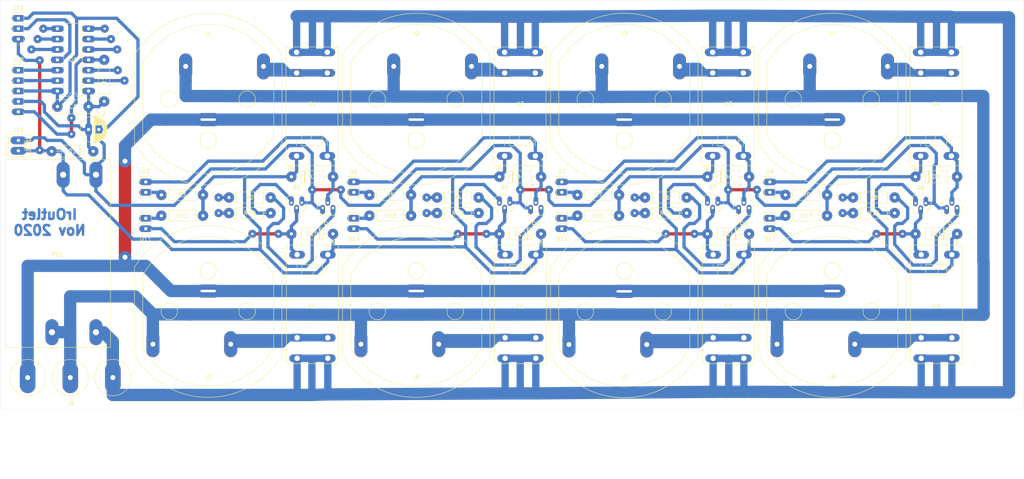
<source format=kicad_pcb>
(kicad_pcb (version 20171130) (host pcbnew 5.1.5+dfsg1-2build2)
  (title_block (title IrOutlet) (date 2020-11-08) (rev 2.0) (company @Home))
  (layers (0 F.Cu signal) (31 B.Cu signal) (35 F.Paste user) (37 F.SilkS user) (38 B.Mask user) (39 F.Mask user) (44 Edge.Cuts user))
  (net 0 "")
  (net 1 GND)
  (net 2 VDD)
  (net 3 VCC)
  (net 4 "Net-(D2-Pad2)")
  (net 5 "Net-(D3-Pad2)")
  (net 6 "Net-(D4-Pad2)")
  (net 7 "Net-(D5-Pad2)")
  (net 8 "Net-(D6-Pad2)")
  (net 9 "Net-(D7-Pad2)")
  (net 10 "Net-(D8-Pad2)")
  (net 11 "Net-(D9-Pad2)")
  (net 12 "Net-(D10-Pad2)")
  (net 13 "Net-(D11-Pad2)")
  (net 14 "Net-(D12-Pad2)")
  (net 15 "Net-(D13-Pad2)")
  (net 16 "Net-(D14-Pad2)")
  (net 17 "Net-(D15-Pad2)")
  (net 18 "Net-(D16-Pad2)")
  (net 19 "Net-(D17-Pad2)")
  (net 20 "Net-(J1-Pad1)")
  (net 21 /PowerSupply/L2)
  (net 22 /PowerSupply/N)
  (net 23 "Net-(J2-Pad1)")
  (net 24 "Net-(J3-Pad1)")
  (net 25 "Net-(J4-Pad1)")
  (net 26 "Net-(J5-Pad2)")
  (net 27 /PowerSupply/L1)
  (net 28 "Net-(J6-Pad2)")
  (net 29 "Net-(J7-Pad2)")
  (net 30 "Net-(J8-Pad2)")
  (net 31 /IrController/IR)
  (net 32 /IrController/CLK)
  (net 33 /IrController/DAT)
  (net 34 /IrController/MCLR)
  (net 35 "Net-(Q1-Pad3)")
  (net 36 "Net-(Q2-Pad3)")
  (net 37 "Net-(Q3-Pad3)")
  (net 38 "Net-(Q4-Pad3)")
  (net 39 "Net-(Q5-Pad3)")
  (net 40 "Net-(Q6-Pad3)")
  (net 41 "Net-(Q7-Pad3)")
  (net 42 "Net-(Q8-Pad3)")
  (net 43 /RelaisDriver1.1/EN)
  (net 44 /RelaisDriver1.2/EN)
  (net 45 /RelaisDriver1.3/EN)
  (net 46 /RelaisDriver1.4/EN)
  (net 47 /RelaisDriver2.1/EN)
  (net 48 /RelaisDriver2.2/EN)
  (net 49 /RelaisDriver2.4/EN)
  (net 50 /RelaisDriver2.3/EN)
  (module IrOutlet:CAP_6.3mm_P2.50mm (layer F.Cu) (at 49.53 46.863)
    (fp_text reference C2 (at 3.175 -3.81) (layer F.SilkS))
    (fp_text value 47uF hide)
    (pad 1 thru_hole oval (at 0 0) (size 1.5875 3.175) (drill 0.8) (layers *.Cu *.Mask) (net 2 VDD))
    (pad 2 thru_hole oval (at 2.5 0) (size 1.5875 3.175) (drill 0.8) (layers *.Cu *.Mask) (net 1 GND))
  )
  (module IrOutlet:TO-92 (layer F.Cu) (at 254 64.897 180)
    (fp_text reference Q8 (at 1.27 3.81) (layer F.SilkS))
    (fp_text value KSC1008CY hide)
    (pad 2 thru_hole oval (at 1.27 -1.27 180) (size 1.143 2.286) (drill 0.6 (offset 0 -0.4)) (layers *.Cu *.Mask) (net 18 "Net-(D16-Pad2)"))
    (pad 3 thru_hole oval (at 2.54 0 180) (size 1.143 2.286) (drill 0.6 (offset 0 0.4)) (layers *.Cu *.Mask) (net 42 "Net-(Q8-Pad3)"))
    (pad 1 thru_hole oval (at 0 0 180) (size 1.143 2.286) (drill 0.6 (offset 0 0.4)) (layers *.Cu *.Mask) (net 1 GND))
  )
  (module IrOutlet:OUTLET (layer F.Cu) (at 78.74 39.45 180)
    (fp_text reference J1 (at 0 16) (layer F.SilkS))
    (fp_text value OUT hide)
    (pad 1 thru_hole oval (at -13.5 8 180) (size 3.175 6.35) (drill 1.2) (layers *.Cu *.Mask) (net 20 "Net-(J1-Pad1)"))
    (pad 2 thru_hole oval (at 5.5 8 180) (size 3.175 6.35) (drill 1.2) (layers *.Cu *.Mask) (net 21 /PowerSupply/L2))
    (pad 3 thru_hole oval (at 0 -5 180) (size 6.35 3.175) (drill oval 3.81 0.6) (layers *.Cu *.Mask) (net 22 /PowerSupply/N))
  )
  (module IrOutlet:C_L7.62mm_W3.2mm (layer F.Cu) (at 49.53 41.275 180)
    (fp_text reference C1 (at 3.81 0) (layer F.SilkS))
    (fp_text value 100nF hide)
    (pad 1 thru_hole circle (at 0 0 180) (size 2.54 2.54) (drill 0.8) (layers *.Cu *.Mask) (net 2 VDD))
    (pad 2 thru_hole circle (at 7.62 0 180) (size 2.54 2.54) (drill 0.8) (layers *.Cu *.Mask) (net 1 GND))
  )
  (module IrOutlet:DIODE_H (layer F.Cu) (at 50.673 52.197 180)
    (fp_text reference D1 (at 5.08 0) (layer F.SilkS))
    (fp_text value 1N4007 hide)
    (fp_text user K (at 0 -1.9) (layer F.SilkS))
    (fp_text user K (at 0 -1.9) (layer F.SilkS))
    (pad 1 thru_hole circle (at 0 0 180) (size 2.54 2.54) (drill 0.8) (layers *.Cu *.Mask) (net 2 VDD))
    (pad 2 thru_hole circle (at 10.16 0 180) (size 2.54 2.54) (drill 0.8) (layers *.Cu *.Mask) (net 3 VCC))
  )
  (module IrOutlet:DIODE_H (layer F.Cu) (at 99.06 58.42)
    (fp_text reference D2 (at 5.08 0) (layer F.SilkS))
    (fp_text value 1N4007 hide)
    (fp_text user K (at 0 -1.9) (layer F.SilkS))
    (fp_text user K (at 0 -1.9) (layer F.SilkS))
    (pad 1 thru_hole circle (at 0 0) (size 2.54 2.54) (drill 0.8) (layers *.Cu *.Mask) (net 3 VCC))
    (pad 2 thru_hole circle (at 10.16 0) (size 2.54 2.54) (drill 0.8) (layers *.Cu *.Mask) (net 4 "Net-(D2-Pad2)"))
  )
  (module IrOutlet:HDR_1x2 (layer F.Cu) (at 63.5 59.69)
    (fp_text reference D3 (at 0 -2.54 180) (layer F.SilkS))
    (fp_text value RED hide)
    (pad 1 thru_hole oval (at 0 0) (size 3.175 1.5875) (drill 0.8) (layers *.Cu *.Mask) (net 4 "Net-(D2-Pad2)"))
    (pad 2 thru_hole oval (at 0 2.54) (size 3.175 1.5875) (drill 0.8) (layers *.Cu *.Mask) (net 5 "Net-(D3-Pad2)"))
  )
  (module IrOutlet:DIODE_H (layer F.Cu) (at 149.86 58.42)
    (fp_text reference D4 (at 5.08 0) (layer F.SilkS))
    (fp_text value 1N4007 hide)
    (fp_text user K (at 0 -1.9) (layer F.SilkS))
    (fp_text user K (at 0 -1.9) (layer F.SilkS))
    (pad 1 thru_hole circle (at 0 0) (size 2.54 2.54) (drill 0.8) (layers *.Cu *.Mask) (net 3 VCC))
    (pad 2 thru_hole circle (at 10.16 0) (size 2.54 2.54) (drill 0.8) (layers *.Cu *.Mask) (net 6 "Net-(D4-Pad2)"))
  )
  (module IrOutlet:HDR_1x2 (layer F.Cu) (at 114.3 59.69)
    (fp_text reference D5 (at 0 -2.33) (layer F.SilkS))
    (fp_text value RED hide)
    (pad 1 thru_hole oval (at 0 0) (size 3.175 1.5875) (drill 0.8) (layers *.Cu *.Mask) (net 6 "Net-(D4-Pad2)"))
    (pad 2 thru_hole oval (at 0 2.54) (size 3.175 1.5875) (drill 0.8) (layers *.Cu *.Mask) (net 7 "Net-(D5-Pad2)"))
  )
  (module IrOutlet:DIODE_H (layer F.Cu) (at 200.66 58.42)
    (fp_text reference D6 (at 5.08 0) (layer F.SilkS))
    (fp_text value 1N4007 hide)
    (fp_text user K (at 0 -1.9) (layer F.SilkS))
    (fp_text user K (at 0 -1.9) (layer F.SilkS))
    (pad 1 thru_hole circle (at 0 0) (size 2.54 2.54) (drill 0.8) (layers *.Cu *.Mask) (net 3 VCC))
    (pad 2 thru_hole circle (at 10.16 0) (size 2.54 2.54) (drill 0.8) (layers *.Cu *.Mask) (net 8 "Net-(D6-Pad2)"))
  )
  (module IrOutlet:HDR_1x2 (layer F.Cu) (at 165.1 59.69)
    (fp_text reference D7 (at 0 -2.54) (layer F.SilkS))
    (fp_text value RED hide)
    (pad 1 thru_hole oval (at 0 0) (size 3.175 1.5875) (drill 0.8) (layers *.Cu *.Mask) (net 8 "Net-(D6-Pad2)"))
    (pad 2 thru_hole oval (at 0 2.54) (size 3.175 1.5875) (drill 0.8) (layers *.Cu *.Mask) (net 9 "Net-(D7-Pad2)"))
  )
  (module IrOutlet:DIODE_H (layer F.Cu) (at 251.46 58.42)
    (fp_text reference D8 (at 5.08 0) (layer F.SilkS))
    (fp_text value 1N4007 hide)
    (fp_text user K (at 0 -1.9) (layer F.SilkS))
    (fp_text user K (at 0 -1.9) (layer F.SilkS))
    (pad 1 thru_hole circle (at 0 0) (size 2.54 2.54) (drill 0.8) (layers *.Cu *.Mask) (net 3 VCC))
    (pad 2 thru_hole circle (at 10.16 0) (size 2.54 2.54) (drill 0.8) (layers *.Cu *.Mask) (net 10 "Net-(D8-Pad2)"))
  )
  (module IrOutlet:HDR_1x2 (layer F.Cu) (at 215.9 59.69)
    (fp_text reference D9 (at 0 -2.54 180) (layer F.SilkS))
    (fp_text value RED hide)
    (pad 1 thru_hole oval (at 0 0) (size 3.175 1.5875) (drill 0.8) (layers *.Cu *.Mask) (net 10 "Net-(D8-Pad2)"))
    (pad 2 thru_hole oval (at 0 2.54) (size 3.175 1.5875) (drill 0.8) (layers *.Cu *.Mask) (net 11 "Net-(D9-Pad2)"))
  )
  (module IrOutlet:DIODE_H (layer F.Cu) (at 109.22 72.39 180)
    (fp_text reference D10 (at 5.08 0) (layer F.SilkS))
    (fp_text value 1N4007 hide)
    (fp_text user K (at 0 -1.9) (layer F.SilkS))
    (fp_text user K (at 0 -1.9) (layer F.SilkS))
    (pad 1 thru_hole circle (at 0 0 180) (size 2.54 2.54) (drill 0.8) (layers *.Cu *.Mask) (net 3 VCC))
    (pad 2 thru_hole circle (at 10.16 0 180) (size 2.54 2.54) (drill 0.8) (layers *.Cu *.Mask) (net 12 "Net-(D10-Pad2)"))
  )
  (module IrOutlet:HDR_1x2 (layer F.Cu) (at 63.5 71.12 180)
    (fp_text reference D11 (at 0 -2.54) (layer F.SilkS))
    (fp_text value RED hide)
    (pad 1 thru_hole oval (at 0 0 180) (size 3.175 1.5875) (drill 0.8) (layers *.Cu *.Mask) (net 12 "Net-(D10-Pad2)"))
    (pad 2 thru_hole oval (at 0 2.54 180) (size 3.175 1.5875) (drill 0.8) (layers *.Cu *.Mask) (net 13 "Net-(D11-Pad2)"))
  )
  (module IrOutlet:DIODE_H (layer F.Cu) (at 160.02 72.39 180)
    (fp_text reference D12 (at 5.08 0) (layer F.SilkS))
    (fp_text value 1N4007 hide)
    (fp_text user K (at 0 -1.9) (layer F.SilkS))
    (fp_text user K (at 0 -1.9) (layer F.SilkS))
    (pad 1 thru_hole circle (at 0 0 180) (size 2.54 2.54) (drill 0.8) (layers *.Cu *.Mask) (net 3 VCC))
    (pad 2 thru_hole circle (at 10.16 0 180) (size 2.54 2.54) (drill 0.8) (layers *.Cu *.Mask) (net 14 "Net-(D12-Pad2)"))
  )
  (module IrOutlet:HDR_1x2 (layer F.Cu) (at 114.3 71.12 180)
    (fp_text reference D13 (at 0 -2.54) (layer F.SilkS))
    (fp_text value RED hide)
    (pad 1 thru_hole oval (at 0 0 180) (size 3.175 1.5875) (drill 0.8) (layers *.Cu *.Mask) (net 14 "Net-(D12-Pad2)"))
    (pad 2 thru_hole oval (at 0 2.54 180) (size 3.175 1.5875) (drill 0.8) (layers *.Cu *.Mask) (net 15 "Net-(D13-Pad2)"))
  )
  (module IrOutlet:DIODE_H (layer F.Cu) (at 210.82 72.39 180)
    (fp_text reference D14 (at 5.08 0) (layer F.SilkS))
    (fp_text value 1N4007 hide)
    (fp_text user K (at 0 -1.9) (layer F.SilkS))
    (fp_text user K (at 0 -1.9) (layer F.SilkS))
    (pad 1 thru_hole circle (at 0 0 180) (size 2.54 2.54) (drill 0.8) (layers *.Cu *.Mask) (net 3 VCC))
    (pad 2 thru_hole circle (at 10.16 0 180) (size 2.54 2.54) (drill 0.8) (layers *.Cu *.Mask) (net 16 "Net-(D14-Pad2)"))
  )
  (module IrOutlet:HDR_1x2 (layer F.Cu) (at 165.1 71.12 180)
    (fp_text reference D15 (at 0 -2.54) (layer F.SilkS))
    (fp_text value RED hide)
    (pad 1 thru_hole oval (at 0 0 180) (size 3.175 1.5875) (drill 0.8) (layers *.Cu *.Mask) (net 16 "Net-(D14-Pad2)"))
    (pad 2 thru_hole oval (at 0 2.54 180) (size 3.175 1.5875) (drill 0.8) (layers *.Cu *.Mask) (net 17 "Net-(D15-Pad2)"))
  )
  (module IrOutlet:DIODE_H (layer F.Cu) (at 261.62 72.39 180)
    (fp_text reference D16 (at 5.08 0) (layer F.SilkS))
    (fp_text value 1N4007 hide)
    (fp_text user K (at 0 -1.9) (layer F.SilkS))
    (fp_text user K (at 0 -1.9) (layer F.SilkS))
    (pad 1 thru_hole circle (at 0 0 180) (size 2.54 2.54) (drill 0.8) (layers *.Cu *.Mask) (net 3 VCC))
    (pad 2 thru_hole circle (at 10.16 0 180) (size 2.54 2.54) (drill 0.8) (layers *.Cu *.Mask) (net 18 "Net-(D16-Pad2)"))
  )
  (module IrOutlet:HDR_1x2 (layer F.Cu) (at 215.9 71.12 180)
    (fp_text reference D17 (at 0 -2.54 180) (layer F.SilkS))
    (fp_text value RED hide)
    (pad 1 thru_hole oval (at 0 0 180) (size 3.175 1.5875) (drill 0.8) (layers *.Cu *.Mask) (net 18 "Net-(D16-Pad2)"))
    (pad 2 thru_hole oval (at 0 2.54 180) (size 3.175 1.5875) (drill 0.8) (layers *.Cu *.Mask) (net 19 "Net-(D17-Pad2)"))
  )
  (module IrOutlet:OUTLET (layer F.Cu) (at 129.54 39.45 180)
    (fp_text reference J2 (at 0 16) (layer F.SilkS))
    (fp_text value OUT hide)
    (pad 1 thru_hole oval (at -13.5 8 180) (size 3.175 6.35) (drill 1.2) (layers *.Cu *.Mask) (net 23 "Net-(J2-Pad1)"))
    (pad 2 thru_hole oval (at 5.5 8 180) (size 3.175 6.35) (drill 1.2) (layers *.Cu *.Mask) (net 21 /PowerSupply/L2))
    (pad 3 thru_hole oval (at 0 -5 180) (size 6.35 3.175) (drill oval 3.81 0.6) (layers *.Cu *.Mask) (net 22 /PowerSupply/N))
  )
  (module IrOutlet:OUTLET (layer F.Cu) (at 180.34 39.45 180)
    (fp_text reference J3 (at 0 16) (layer F.SilkS))
    (fp_text value OUT hide)
    (pad 1 thru_hole oval (at -13.5 8 180) (size 3.175 6.35) (drill 1.2) (layers *.Cu *.Mask) (net 24 "Net-(J3-Pad1)"))
    (pad 2 thru_hole oval (at 5.5 8 180) (size 3.175 6.35) (drill 1.2) (layers *.Cu *.Mask) (net 21 /PowerSupply/L2))
    (pad 3 thru_hole oval (at 0 -5 180) (size 6.35 3.175) (drill oval 3.81 0.6) (layers *.Cu *.Mask) (net 22 /PowerSupply/N))
  )
  (module IrOutlet:OUTLET (layer F.Cu) (at 231.14 39.45 180)
    (fp_text reference J4 (at 0 16) (layer F.SilkS))
    (fp_text value OUT hide)
    (pad 1 thru_hole oval (at -13.5 8 180) (size 3.175 6.35) (drill 1.2) (layers *.Cu *.Mask) (net 25 "Net-(J4-Pad1)"))
    (pad 2 thru_hole oval (at 5.5 8 180) (size 3.175 6.35) (drill 1.2) (layers *.Cu *.Mask) (net 21 /PowerSupply/L2))
    (pad 3 thru_hole oval (at 0 -5 180) (size 6.35 3.175) (drill oval 3.81 0.6) (layers *.Cu *.Mask) (net 22 /PowerSupply/N))
  )
  (module IrOutlet:OUTLET (layer F.Cu) (at 78.74 91.36)
    (fp_text reference J5 (at 0 16) (layer F.SilkS))
    (fp_text value OUT hide)
    (pad 1 thru_hole oval (at -13.5 8) (size 3.175 6.35) (drill 1.2) (layers *.Cu *.Mask) (net 21 /PowerSupply/L2))
    (pad 2 thru_hole oval (at 5.5 8) (size 3.175 6.35) (drill 1.2) (layers *.Cu *.Mask) (net 26 "Net-(J5-Pad2)"))
    (pad 3 thru_hole oval (at 0 -5) (size 6.35 3.175) (drill oval 3.81 0.6) (layers *.Cu *.Mask) (net 22 /PowerSupply/N))
  )
  (module IrOutlet:OUTLET (layer F.Cu) (at 129.54 91.36)
    (fp_text reference J6 (at 0 16) (layer F.SilkS))
    (fp_text value OUT hide)
    (pad 1 thru_hole oval (at -13.5 8) (size 3.175 6.35) (drill 1.2) (layers *.Cu *.Mask) (net 21 /PowerSupply/L2))
    (pad 2 thru_hole oval (at 5.5 8) (size 3.175 6.35) (drill 1.2) (layers *.Cu *.Mask) (net 28 "Net-(J6-Pad2)"))
    (pad 3 thru_hole oval (at 0 -5) (size 6.35 3.175) (drill oval 3.81 0.6) (layers *.Cu *.Mask) (net 22 /PowerSupply/N))
  )
  (module IrOutlet:OUTLET (layer F.Cu) (at 180.34 91.44)
    (fp_text reference J7 (at 0 16) (layer F.SilkS))
    (fp_text value OUT hide)
    (pad 1 thru_hole oval (at -13.5 8) (size 3.175 6.35) (drill 1.2) (layers *.Cu *.Mask) (net 21 /PowerSupply/L2))
    (pad 2 thru_hole oval (at 5.5 8) (size 3.175 6.35) (drill 1.2) (layers *.Cu *.Mask) (net 29 "Net-(J7-Pad2)"))
    (pad 3 thru_hole oval (at 0 -5) (size 6.35 3.175) (drill oval 3.81 0.6) (layers *.Cu *.Mask) (net 22 /PowerSupply/N))
  )
  (module IrOutlet:OUTLET (layer F.Cu) (at 231.14 91.36)
    (fp_text reference J8 (at 0 16) (layer F.SilkS))
    (fp_text value OUT hide)
    (pad 1 thru_hole oval (at -13.5 8) (size 3.175 6.35) (drill 1.2) (layers *.Cu *.Mask) (net 21 /PowerSupply/L2))
    (pad 2 thru_hole oval (at 5.5 8) (size 3.175 6.35) (drill 1.2) (layers *.Cu *.Mask) (net 30 "Net-(J8-Pad2)"))
    (pad 3 thru_hole oval (at 0 -5) (size 6.35 3.175) (drill oval 3.81 0.6) (layers *.Cu *.Mask) (net 22 /PowerSupply/N))
  )
  (module IrOutlet:TB_1x3 (layer F.Cu) (at 45.0609 107.5182 180)
    (fp_text reference J9 (at 0 -6.35) (layer F.SilkS))
    (fp_text value "230 VAC" hide)
    (pad 3 thru_hole oval (at 10.4 0 180) (size 3.81 7.62) (drill 1.2) (layers *.Cu *.Mask) (net 22 /PowerSupply/N))
    (pad 2 thru_hole oval (at 0 0 180) (size 3.81 7.62) (drill 1.2) (layers *.Cu *.Mask) (net 21 /PowerSupply/L2))
    (pad 1 thru_hole oval (at -10.4 0 180) (size 3.81 7.62) (drill 1.2) (layers *.Cu *.Mask) (net 27 /PowerSupply/L1))
  )
  (module IrOutlet:TB_1x2 (layer F.Cu) (at 32.385 52.07 90)
    (fp_text reference J10 (at 5.08 0 180) (layer F.SilkS))
    (fp_text value 5V hide)
    (pad 1 thru_hole oval (at 0 0 90) (size 1.905 3.81) (drill 0.8) (layers *.Cu *.Mask) (net 3 VCC))
    (pad 2 thru_hole oval (at 2.54 0 90) (size 1.905 3.81) (drill 0.8) (layers *.Cu *.Mask) (net 1 GND))
  )
  (module IrOutlet:HDR_1x3 (layer F.Cu) (at 32.385 24.765 180)
    (fp_text reference J11 (at 0 7.62) (layer F.SilkS))
    (fp_text value "IR Jack" hide)
    (pad 1 thru_hole oval (at 0 0 180) (size 3.175 1.5875) (drill 0.8) (layers *.Cu *.Mask) (net 3 VCC))
    (pad 2 thru_hole oval (at 0 2.54 180) (size 3.175 1.5875) (drill 0.8) (layers *.Cu *.Mask) (net 31 /IrController/IR))
    (pad 3 thru_hole oval (at 0 5.08 180) (size 3.175 1.5875) (drill 0.8) (layers *.Cu *.Mask) (net 1 GND))
  )
  (module IrOutlet:HDR_1x5 (layer F.Cu) (at 32.385 42.545 180)
    (fp_text reference J12 (at 0 12.7 180) (layer F.SilkS))
    (fp_text value ICSP hide)
    (pad 1 thru_hole oval (at 0 0 180) (size 3.175 1.5875) (drill 0.8) (layers *.Cu *.Mask) (net 34 /IrController/MCLR))
    (pad 2 thru_hole oval (at 0 2.54 180) (size 3.175 1.5875) (drill 0.8) (layers *.Cu *.Mask) (net 2 VDD))
    (pad 3 thru_hole oval (at 0 5.08 180) (size 3.175 1.5875) (drill 0.8) (layers *.Cu *.Mask) (net 1 GND))
    (pad 4 thru_hole oval (at 0 7.62 180) (size 3.175 1.5875) (drill 0.8) (layers *.Cu *.Mask) (net 33 /IrController/DAT))
    (pad 5 thru_hole oval (at 0 10.16 180) (size 3.175 1.5875) (drill 0.8) (layers *.Cu *.Mask) (net 32 /IrController/CLK))
  )
  (module IrOutlet:RELAY_TE_RTD3405 (layer F.Cu) (at 100.33 53.34 90)
    (fp_text reference K1 (at 12.7 3.81 180) (layer F.SilkS))
    (fp_text value RTD34005 hide)
    (pad 3 thru_hole oval (at 25.34 0 90) (size 1.905 3.81) (drill oval 1.3) (layers *.Cu *.Mask) (net 27 /PowerSupply/L1))
    (pad 2 thru_hole oval (at 20.3 0 90) (size 1.905 3.81) (drill oval 1.3) (layers *.Cu *.Mask) (net 20 "Net-(J1-Pad1)"))
    (pad 2 thru_hole oval (at 20.3 7.5 90) (size 1.905 3.81) (drill oval 1.3) (layers *.Cu *.Mask) (net 20 "Net-(J1-Pad1)"))
    (pad 1 thru_hole oval (at 0 0 90) (size 1.905 3.81) (drill 1.3) (layers *.Cu *.Mask) (net 3 VCC))
    (pad 5 thru_hole oval (at 0 7.5 90) (size 1.905 3.81) (drill oval 1.3) (layers *.Cu *.Mask) (net 4 "Net-(D2-Pad2)"))
    (pad 3 thru_hole oval (at 25.34 7.5 90) (size 1.905 3.81) (drill oval 1.3) (layers *.Cu *.Mask) (net 27 /PowerSupply/L1))
  )
  (module IrOutlet:RELAY_TE_RTD3405 (layer F.Cu) (at 151.13 53.34 90)
    (fp_text reference K2 (at 12.7 3.81 180) (layer F.SilkS))
    (fp_text value RTD34005 hide)
    (pad 3 thru_hole oval (at 25.34 0 90) (size 1.905 3.81) (drill oval 1.3) (layers *.Cu *.Mask) (net 27 /PowerSupply/L1))
    (pad 2 thru_hole oval (at 20.3 0 90) (size 1.905 3.81) (drill oval 1.3) (layers *.Cu *.Mask) (net 23 "Net-(J2-Pad1)"))
    (pad 2 thru_hole oval (at 20.3 7.5 90) (size 1.905 3.81) (drill oval 1.3) (layers *.Cu *.Mask) (net 23 "Net-(J2-Pad1)"))
    (pad 1 thru_hole oval (at 0 0 90) (size 1.905 3.81) (drill 1.3) (layers *.Cu *.Mask) (net 3 VCC))
    (pad 5 thru_hole oval (at 0 7.5 90) (size 1.905 3.81) (drill oval 1.3) (layers *.Cu *.Mask) (net 6 "Net-(D4-Pad2)"))
    (pad 3 thru_hole oval (at 25.34 7.5 90) (size 1.905 3.81) (drill oval 1.3) (layers *.Cu *.Mask) (net 27 /PowerSupply/L1))
  )
  (module IrOutlet:RELAY_TE_RTD3405 (layer F.Cu) (at 201.93 53.34 90)
    (fp_text reference K3 (at 12.7 3.81 180) (layer F.SilkS))
    (fp_text value RTD34005 hide)
    (pad 3 thru_hole oval (at 25.34 0 90) (size 1.905 3.81) (drill oval 1.3) (layers *.Cu *.Mask) (net 27 /PowerSupply/L1))
    (pad 2 thru_hole oval (at 20.3 0 90) (size 1.905 3.81) (drill oval 1.3) (layers *.Cu *.Mask) (net 24 "Net-(J3-Pad1)"))
    (pad 2 thru_hole oval (at 20.3 7.5 90) (size 1.905 3.81) (drill oval 1.3) (layers *.Cu *.Mask) (net 24 "Net-(J3-Pad1)"))
    (pad 1 thru_hole oval (at 0 0 90) (size 1.905 3.81) (drill 1.3) (layers *.Cu *.Mask) (net 3 VCC))
    (pad 5 thru_hole oval (at 0 7.5 90) (size 1.905 3.81) (drill oval 1.3) (layers *.Cu *.Mask) (net 8 "Net-(D6-Pad2)"))
    (pad 3 thru_hole oval (at 25.34 7.5 90) (size 1.905 3.81) (drill oval 1.3) (layers *.Cu *.Mask) (net 27 /PowerSupply/L1))
  )
  (module IrOutlet:RELAY_TE_RTD3405 (layer F.Cu) (at 252.73 53.34 90)
    (fp_text reference K4 (at 12.7 3.81 180) (layer F.SilkS))
    (fp_text value RTD34005 hide)
    (pad 3 thru_hole oval (at 25.34 0 90) (size 1.905 3.81) (drill oval 1.3) (layers *.Cu *.Mask) (net 27 /PowerSupply/L1))
    (pad 2 thru_hole oval (at 20.3 0 90) (size 1.905 3.81) (drill oval 1.3) (layers *.Cu *.Mask) (net 25 "Net-(J4-Pad1)"))
    (pad 2 thru_hole oval (at 20.3 7.5 90) (size 1.905 3.81) (drill oval 1.3) (layers *.Cu *.Mask) (net 25 "Net-(J4-Pad1)"))
    (pad 1 thru_hole oval (at 0 0 90) (size 1.905 3.81) (drill 1.3) (layers *.Cu *.Mask) (net 3 VCC))
    (pad 5 thru_hole oval (at 0 7.5 90) (size 1.905 3.81) (drill oval 1.3) (layers *.Cu *.Mask) (net 10 "Net-(D8-Pad2)"))
    (pad 3 thru_hole oval (at 25.34 7.5 90) (size 1.905 3.81) (drill oval 1.3) (layers *.Cu *.Mask) (net 27 /PowerSupply/L1))
  )
  (module IrOutlet:RELAY_TE_RTD3405 (layer F.Cu) (at 107.95 77.47 270)
    (fp_text reference K5 (at 12.7 3.81 180) (layer F.SilkS))
    (fp_text value RTD34005 hide)
    (pad 3 thru_hole oval (at 25.34 0 270) (size 1.905 3.81) (drill oval 1.3) (layers *.Cu *.Mask) (net 27 /PowerSupply/L1))
    (pad 2 thru_hole oval (at 20.3 0 270) (size 1.905 3.81) (drill oval 1.3) (layers *.Cu *.Mask) (net 26 "Net-(J5-Pad2)"))
    (pad 2 thru_hole oval (at 20.3 7.5 270) (size 1.905 3.81) (drill oval 1.3) (layers *.Cu *.Mask) (net 26 "Net-(J5-Pad2)"))
    (pad 1 thru_hole oval (at 0 0 270) (size 1.905 3.81) (drill 1.3) (layers *.Cu *.Mask) (net 3 VCC))
    (pad 5 thru_hole oval (at 0 7.5 270) (size 1.905 3.81) (drill oval 1.3) (layers *.Cu *.Mask) (net 12 "Net-(D10-Pad2)"))
    (pad 3 thru_hole oval (at 25.34 7.5 270) (size 1.905 3.81) (drill oval 1.3) (layers *.Cu *.Mask) (net 27 /PowerSupply/L1))
  )
  (module IrOutlet:RELAY_TE_RTD3405 (layer F.Cu) (at 158.75 77.47 270)
    (fp_text reference K6 (at 12.7 3.81 180) (layer F.SilkS))
    (fp_text value RTD34005 hide)
    (pad 3 thru_hole oval (at 25.34 0 270) (size 1.905 3.81) (drill oval 1.3) (layers *.Cu *.Mask) (net 27 /PowerSupply/L1))
    (pad 2 thru_hole oval (at 20.3 0 270) (size 1.905 3.81) (drill oval 1.3) (layers *.Cu *.Mask) (net 28 "Net-(J6-Pad2)"))
    (pad 2 thru_hole oval (at 20.3 7.5 270) (size 1.905 3.81) (drill oval 1.3) (layers *.Cu *.Mask) (net 28 "Net-(J6-Pad2)"))
    (pad 1 thru_hole oval (at 0 0 270) (size 1.905 3.81) (drill 1.3) (layers *.Cu *.Mask) (net 3 VCC))
    (pad 5 thru_hole oval (at 0 7.5 270) (size 1.905 3.81) (drill oval 1.3) (layers *.Cu *.Mask) (net 14 "Net-(D12-Pad2)"))
    (pad 3 thru_hole oval (at 25.34 7.5 270) (size 1.905 3.81) (drill oval 1.3) (layers *.Cu *.Mask) (net 27 /PowerSupply/L1))
  )
  (module IrOutlet:RELAY_TE_RTD3405 (layer F.Cu) (at 209.55 77.47 270)
    (fp_text reference K7 (at 12.7 3.81 180) (layer F.SilkS))
    (fp_text value RTD34005 hide)
    (pad 3 thru_hole oval (at 25.34 0 270) (size 1.905 3.81) (drill oval 1.3) (layers *.Cu *.Mask) (net 27 /PowerSupply/L1))
    (pad 2 thru_hole oval (at 20.3 0 270) (size 1.905 3.81) (drill oval 1.3) (layers *.Cu *.Mask) (net 29 "Net-(J7-Pad2)"))
    (pad 2 thru_hole oval (at 20.3 7.5 270) (size 1.905 3.81) (drill oval 1.3) (layers *.Cu *.Mask) (net 29 "Net-(J7-Pad2)"))
    (pad 1 thru_hole oval (at 0 0 270) (size 1.905 3.81) (drill 1.3) (layers *.Cu *.Mask) (net 3 VCC))
    (pad 5 thru_hole oval (at 0 7.5 270) (size 1.905 3.81) (drill oval 1.3) (layers *.Cu *.Mask) (net 16 "Net-(D14-Pad2)"))
    (pad 3 thru_hole oval (at 25.34 7.5 270) (size 1.905 3.81) (drill oval 1.3) (layers *.Cu *.Mask) (net 27 /PowerSupply/L1))
  )
  (module IrOutlet:RELAY_TE_RTD3405 (layer F.Cu) (at 260.35 77.47 270)
    (fp_text reference K8 (at 12.7 3.81 180) (layer F.SilkS))
    (fp_text value RTD34005 hide)
    (pad 3 thru_hole oval (at 25.34 0 270) (size 1.905 3.81) (drill oval 1.3) (layers *.Cu *.Mask) (net 27 /PowerSupply/L1))
    (pad 2 thru_hole oval (at 20.3 0 270) (size 1.905 3.81) (drill oval 1.3) (layers *.Cu *.Mask) (net 30 "Net-(J8-Pad2)"))
    (pad 2 thru_hole oval (at 20.3 7.5 270) (size 1.905 3.81) (drill oval 1.3) (layers *.Cu *.Mask) (net 30 "Net-(J8-Pad2)"))
    (pad 1 thru_hole oval (at 0 0 270) (size 1.905 3.81) (drill 1.3) (layers *.Cu *.Mask) (net 3 VCC))
    (pad 5 thru_hole oval (at 0 7.5 270) (size 1.905 3.81) (drill oval 1.3) (layers *.Cu *.Mask) (net 18 "Net-(D16-Pad2)"))
    (pad 3 thru_hole oval (at 25.34 7.5 270) (size 1.905 3.81) (drill oval 1.3) (layers *.Cu *.Mask) (net 27 /PowerSupply/L1))
  )
  (module IrOutlet:IRM-05-5 (layer F.Cu) (at 40.5765 96.4311 90)
    (fp_text reference PS1 (at 19.05 1.27 180) (layer F.SilkS))
    (fp_text value IRM-05-5 hide)
    (pad 3 thru_hole oval (at 38.5 10.75 90) (size 6.35 3.175) (drill 1.5) (layers *.Cu *.Mask) (net 1 GND))
    (pad 2 thru_hole oval (at 0 10.75 90) (size 6.35 3.175) (drill 1.5) (layers *.Cu *.Mask) (net 27 /PowerSupply/L1))
    (pad 4 thru_hole oval (at 38.5 2.75 90) (size 6.35 3.175) (drill 1.5) (layers *.Cu *.Mask) (net 3 VCC))
    (pad 1 thru_hole oval (at 0 0 90) (size 6.35 3.175) (drill 1.5) (layers *.Cu *.Mask) (net 21 /PowerSupply/L2))
  )
  (module IrOutlet:TO-92 (layer F.Cu) (at 106.68 66.04)
    (fp_text reference Q1 (at 1.27 3.81) (layer F.SilkS))
    (fp_text value KSC1008CY hide)
    (pad 2 thru_hole oval (at 1.27 -1.27) (size 1.143 2.286) (drill 0.6 (offset 0 -0.4)) (layers *.Cu *.Mask) (net 4 "Net-(D2-Pad2)"))
    (pad 3 thru_hole oval (at 2.54 0) (size 1.143 2.286) (drill 0.6 (offset 0 0.4)) (layers *.Cu *.Mask) (net 35 "Net-(Q1-Pad3)"))
    (pad 1 thru_hole oval (at 0 0) (size 1.143 2.286) (drill 0.6 (offset 0 0.4)) (layers *.Cu *.Mask) (net 1 GND))
  )
  (module IrOutlet:TO-92 (layer F.Cu) (at 157.48 66.04)
    (fp_text reference Q2 (at 1.27 3.81) (layer F.SilkS))
    (fp_text value KSC1008CY hide)
    (pad 2 thru_hole oval (at 1.27 -1.27) (size 1.143 2.286) (drill 0.6 (offset 0 -0.4)) (layers *.Cu *.Mask) (net 6 "Net-(D4-Pad2)"))
    (pad 3 thru_hole oval (at 2.54 0) (size 1.143 2.286) (drill 0.6 (offset 0 0.4)) (layers *.Cu *.Mask) (net 36 "Net-(Q2-Pad3)"))
    (pad 1 thru_hole oval (at 0 0) (size 1.143 2.286) (drill 0.6 (offset 0 0.4)) (layers *.Cu *.Mask) (net 1 GND))
  )
  (module IrOutlet:TO-92 (layer F.Cu) (at 208.28 66.04)
    (fp_text reference Q3 (at 1.27 3.81) (layer F.SilkS))
    (fp_text value KSC1008CY hide)
    (pad 2 thru_hole oval (at 1.27 -1.27) (size 1.143 2.286) (drill 0.6 (offset 0 -0.4)) (layers *.Cu *.Mask) (net 8 "Net-(D6-Pad2)"))
    (pad 3 thru_hole oval (at 2.54 0) (size 1.143 2.286) (drill 0.6 (offset 0 0.4)) (layers *.Cu *.Mask) (net 37 "Net-(Q3-Pad3)"))
    (pad 1 thru_hole oval (at 0 0) (size 1.143 2.286) (drill 0.6 (offset 0 0.4)) (layers *.Cu *.Mask) (net 1 GND))
  )
  (module IrOutlet:TO-92 (layer F.Cu) (at 259.08 66.04)
    (fp_text reference Q4 (at 1.27 3.81) (layer F.SilkS))
    (fp_text value KSC1008CY hide)
    (pad 2 thru_hole oval (at 1.27 -1.27) (size 1.143 2.286) (drill 0.6 (offset 0 -0.4)) (layers *.Cu *.Mask) (net 10 "Net-(D8-Pad2)"))
    (pad 3 thru_hole oval (at 2.54 0) (size 1.143 2.286) (drill 0.6 (offset 0 0.4)) (layers *.Cu *.Mask) (net 38 "Net-(Q4-Pad3)"))
    (pad 1 thru_hole oval (at 0 0) (size 1.143 2.286) (drill 0.6 (offset 0 0.4)) (layers *.Cu *.Mask) (net 1 GND))
  )
  (module IrOutlet:TO-92 (layer F.Cu) (at 101.6 64.77 180)
    (fp_text reference Q5 (at 1.27 3.81) (layer F.SilkS))
    (fp_text value KSC1008CY hide)
    (pad 2 thru_hole oval (at 1.27 -1.27 180) (size 1.143 2.286) (drill 0.6 (offset 0 -0.4)) (layers *.Cu *.Mask) (net 12 "Net-(D10-Pad2)"))
    (pad 3 thru_hole oval (at 2.54 0 180) (size 1.143 2.286) (drill 0.6 (offset 0 0.4)) (layers *.Cu *.Mask) (net 39 "Net-(Q5-Pad3)"))
    (pad 1 thru_hole oval (at 0 0 180) (size 1.143 2.286) (drill 0.6 (offset 0 0.4)) (layers *.Cu *.Mask) (net 1 GND))
  )
  (module IrOutlet:TO-92 (layer F.Cu) (at 152.4 64.77 180)
    (fp_text reference Q6 (at 1.27 3.81) (layer F.SilkS))
    (fp_text value KSC1008CY hide)
    (pad 2 thru_hole oval (at 1.27 -1.27 180) (size 1.143 2.286) (drill 0.6 (offset 0 -0.4)) (layers *.Cu *.Mask) (net 14 "Net-(D12-Pad2)"))
    (pad 3 thru_hole oval (at 2.54 0 180) (size 1.143 2.286) (drill 0.6 (offset 0 0.4)) (layers *.Cu *.Mask) (net 40 "Net-(Q6-Pad3)"))
    (pad 1 thru_hole oval (at 0 0 180) (size 1.143 2.286) (drill 0.6 (offset 0 0.4)) (layers *.Cu *.Mask) (net 1 GND))
  )
  (module IrOutlet:TO-92 (layer F.Cu) (at 203.2 64.77 180)
    (fp_text reference Q7 (at 1.27 3.81) (layer F.SilkS))
    (fp_text value KSC1008CY hide)
    (pad 2 thru_hole oval (at 1.27 -1.27 180) (size 1.143 2.286) (drill 0.6 (offset 0 -0.4)) (layers *.Cu *.Mask) (net 16 "Net-(D14-Pad2)"))
    (pad 3 thru_hole oval (at 2.54 0 180) (size 1.143 2.286) (drill 0.6 (offset 0 0.4)) (layers *.Cu *.Mask) (net 41 "Net-(Q7-Pad3)"))
    (pad 1 thru_hole oval (at 0 0 180) (size 1.143 2.286) (drill 0.6 (offset 0 0.4)) (layers *.Cu *.Mask) (net 1 GND))
  )
  (module IrOutlet:RES_H (layer F.Cu) (at 53.34 40.005 90)
    (fp_text reference R1 (at 5.08 0 90) (layer F.SilkS))
    (fp_text value 100k hide)
    (pad 1 thru_hole circle (at 0 0 90) (size 2.54 2.54) (drill oval 0.8) (layers *.Cu *.Mask) (net 2 VDD))
    (pad 2 thru_hole oval (at 10.16 0 90) (size 2.54 2.54) (drill 0.8) (layers *.Cu *.Mask) (net 34 /IrController/MCLR))
  )
  (module IrOutlet:RES_H (layer F.Cu) (at 93.98 63.5 180)
    (fp_text reference R2 (at 5.08 0) (layer F.SilkS))
    (fp_text value 1K hide)
    (pad 1 thru_hole circle (at 0 0 180) (size 2.54 2.54) (drill oval 0.8) (layers *.Cu *.Mask) (net 35 "Net-(Q1-Pad3)"))
    (pad 2 thru_hole oval (at 10.16 0 180) (size 2.54 2.54) (drill 0.8) (layers *.Cu *.Mask) (net 43 /RelaisDriver1.1/EN))
  )
  (module IrOutlet:RES_H (layer F.Cu) (at 67.31 62.865)
    (fp_text reference R3 (at 5.08 0) (layer F.SilkS))
    (fp_text value 1K hide)
    (pad 1 thru_hole circle (at 0 0) (size 2.54 2.54) (drill oval 0.8) (layers *.Cu *.Mask) (net 5 "Net-(D3-Pad2)"))
    (pad 2 thru_hole oval (at 10.16 0) (size 2.54 2.54) (drill 0.8) (layers *.Cu *.Mask) (net 3 VCC))
  )
  (module IrOutlet:RES_H (layer F.Cu) (at 144.78 63.5 180)
    (fp_text reference R4 (at 5.08 0) (layer F.SilkS))
    (fp_text value 1K hide)
    (pad 1 thru_hole circle (at 0 0 180) (size 2.54 2.54) (drill oval 0.8) (layers *.Cu *.Mask) (net 36 "Net-(Q2-Pad3)"))
    (pad 2 thru_hole oval (at 10.16 0 180) (size 2.54 2.54) (drill 0.8) (layers *.Cu *.Mask) (net 44 /RelaisDriver1.2/EN))
  )
  (module IrOutlet:RES_H (layer F.Cu) (at 118.11 62.865)
    (fp_text reference R5 (at 5.08 0) (layer F.SilkS))
    (fp_text value 1K hide)
    (pad 1 thru_hole circle (at 0 0) (size 2.54 2.54) (drill oval 0.8) (layers *.Cu *.Mask) (net 7 "Net-(D5-Pad2)"))
    (pad 2 thru_hole oval (at 10.16 0) (size 2.54 2.54) (drill 0.8) (layers *.Cu *.Mask) (net 3 VCC))
  )
  (module IrOutlet:RES_H (layer F.Cu) (at 195.58 63.5 180)
    (fp_text reference R6 (at 5.08 0) (layer F.SilkS))
    (fp_text value 1K hide)
    (pad 1 thru_hole circle (at 0 0 180) (size 2.54 2.54) (drill oval 0.8) (layers *.Cu *.Mask) (net 37 "Net-(Q3-Pad3)"))
    (pad 2 thru_hole oval (at 10.16 0 180) (size 2.54 2.54) (drill 0.8) (layers *.Cu *.Mask) (net 45 /RelaisDriver1.3/EN))
  )
  (module IrOutlet:RES_H (layer F.Cu) (at 168.91 62.865)
    (fp_text reference R7 (at 5.08 0) (layer F.SilkS))
    (fp_text value 1K hide)
    (pad 1 thru_hole circle (at 0 0) (size 2.54 2.54) (drill oval 0.8) (layers *.Cu *.Mask) (net 9 "Net-(D7-Pad2)"))
    (pad 2 thru_hole oval (at 10.16 0) (size 2.54 2.54) (drill 0.8) (layers *.Cu *.Mask) (net 3 VCC))
  )
  (module IrOutlet:RES_H (layer F.Cu) (at 246.38 63.5 180)
    (fp_text reference R8 (at 5.08 0) (layer F.SilkS))
    (fp_text value 1K hide)
    (pad 1 thru_hole circle (at 0 0 180) (size 2.54 2.54) (drill oval 0.8) (layers *.Cu *.Mask) (net 38 "Net-(Q4-Pad3)"))
    (pad 2 thru_hole oval (at 10.16 0 180) (size 2.54 2.54) (drill 0.8) (layers *.Cu *.Mask) (net 46 /RelaisDriver1.4/EN))
  )
  (module IrOutlet:RES_H (layer F.Cu) (at 219.71 62.865)
    (fp_text reference R9 (at 5.08 0) (layer F.SilkS))
    (fp_text value 1K hide)
    (pad 1 thru_hole circle (at 0 0) (size 2.54 2.54) (drill oval 0.8) (layers *.Cu *.Mask) (net 11 "Net-(D9-Pad2)"))
    (pad 2 thru_hole oval (at 10.16 0) (size 2.54 2.54) (drill 0.8) (layers *.Cu *.Mask) (net 3 VCC))
  )
  (module IrOutlet:RES_H (layer F.Cu) (at 93.98 67.31 180)
    (fp_text reference R10 (at 5.08 0) (layer F.SilkS))
    (fp_text value 1K hide)
    (pad 1 thru_hole circle (at 0 0 180) (size 2.54 2.54) (drill oval 0.8) (layers *.Cu *.Mask) (net 39 "Net-(Q5-Pad3)"))
    (pad 2 thru_hole oval (at 10.16 0 180) (size 2.54 2.54) (drill 0.8) (layers *.Cu *.Mask) (net 47 /RelaisDriver2.1/EN))
  )
  (module IrOutlet:RES_H (layer F.Cu) (at 67.31 67.945)
    (fp_text reference R11 (at 5.08 0) (layer F.SilkS))
    (fp_text value 1K hide)
    (pad 1 thru_hole circle (at 0 0) (size 2.54 2.54) (drill oval 0.8) (layers *.Cu *.Mask) (net 13 "Net-(D11-Pad2)"))
    (pad 2 thru_hole oval (at 10.16 0) (size 2.54 2.54) (drill 0.8) (layers *.Cu *.Mask) (net 3 VCC))
  )
  (module IrOutlet:RES_H (layer F.Cu) (at 144.78 67.31 180)
    (fp_text reference R12 (at 5.08 0) (layer F.SilkS))
    (fp_text value 1K hide)
    (pad 1 thru_hole circle (at 0 0 180) (size 2.54 2.54) (drill oval 0.8) (layers *.Cu *.Mask) (net 40 "Net-(Q6-Pad3)"))
    (pad 2 thru_hole oval (at 10.16 0 180) (size 2.54 2.54) (drill 0.8) (layers *.Cu *.Mask) (net 48 /RelaisDriver2.2/EN))
  )
  (module IrOutlet:RES_H (layer F.Cu) (at 118.11 67.945)
    (fp_text reference R13 (at 5.08 0) (layer F.SilkS))
    (fp_text value 1K hide)
    (pad 1 thru_hole circle (at 0 0) (size 2.54 2.54) (drill oval 0.8) (layers *.Cu *.Mask) (net 15 "Net-(D13-Pad2)"))
    (pad 2 thru_hole oval (at 10.16 0) (size 2.54 2.54) (drill 0.8) (layers *.Cu *.Mask) (net 3 VCC))
  )
  (module IrOutlet:RES_H (layer F.Cu) (at 195.58 67.31 180)
    (fp_text reference R14 (at 5.08 0) (layer F.SilkS))
    (fp_text value 1K hide)
    (pad 1 thru_hole circle (at 0 0 180) (size 2.54 2.54) (drill oval 0.8) (layers *.Cu *.Mask) (net 41 "Net-(Q7-Pad3)"))
    (pad 2 thru_hole oval (at 10.16 0 180) (size 2.54 2.54) (drill 0.8) (layers *.Cu *.Mask) (net 49 /RelaisDriver2.4/EN))
  )
  (module IrOutlet:RES_H (layer F.Cu) (at 168.91 67.945)
    (fp_text reference R15 (at 5.08 0) (layer F.SilkS))
    (fp_text value 1K hide)
    (pad 1 thru_hole circle (at 0 0) (size 2.54 2.54) (drill oval 0.8) (layers *.Cu *.Mask) (net 17 "Net-(D15-Pad2)"))
    (pad 2 thru_hole oval (at 10.16 0) (size 2.54 2.54) (drill 0.8) (layers *.Cu *.Mask) (net 3 VCC))
  )
  (module IrOutlet:RES_H (layer F.Cu) (at 246.38 67.31 180)
    (fp_text reference R16 (at 5.08 0) (layer F.SilkS))
    (fp_text value 1K hide)
    (pad 1 thru_hole circle (at 0 0 180) (size 2.54 2.54) (drill oval 0.8) (layers *.Cu *.Mask) (net 42 "Net-(Q8-Pad3)"))
    (pad 2 thru_hole oval (at 10.16 0 180) (size 2.54 2.54) (drill 0.8) (layers *.Cu *.Mask) (net 50 /RelaisDriver2.3/EN))
  )
  (module IrOutlet:RES_H (layer F.Cu) (at 219.71 67.945)
    (fp_text reference R17 (at 5.08 0) (layer F.SilkS))
    (fp_text value 1K hide)
    (pad 1 thru_hole circle (at 0 0) (size 2.54 2.54) (drill oval 0.8) (layers *.Cu *.Mask) (net 19 "Net-(D17-Pad2)"))
    (pad 2 thru_hole oval (at 10.16 0) (size 2.54 2.54) (drill 0.8) (layers *.Cu *.Mask) (net 3 VCC))
  )
  (module IrOutlet:DIP-14 (layer F.Cu) (at 49.53 37.465 180)
    (fp_text reference U1 (at 3.81 7.62) (layer F.SilkS))
    (fp_text value PIC16F15325 hide)
    (pad 1 thru_hole oval (at 0 0 180) (size 3.175 1.5875) (drill 0.8) (layers *.Cu *.Mask) (net 2 VDD))
    (pad 8 thru_hole oval (at 7.62 15.24 180) (size 3.175 1.5875) (drill 0.8) (layers *.Cu *.Mask) (net 45 /RelaisDriver1.3/EN))
    (pad 2 thru_hole oval (at 0 2.54 180) (size 3.175 1.5875) (drill 0.8) (layers *.Cu *.Mask) (net 50 /RelaisDriver2.3/EN))
    (pad 9 thru_hole oval (at 7.62 12.7 180) (size 3.175 1.5875) (drill 0.8) (layers *.Cu *.Mask) (net 44 /RelaisDriver1.2/EN))
    (pad 3 thru_hole oval (at 0 5.08 180) (size 3.175 1.5875) (drill 0.8) (layers *.Cu *.Mask) (net 49 /RelaisDriver2.4/EN))
    (pad 10 thru_hole oval (at 7.62 10.16 180) (size 3.175 1.5875) (drill 0.8) (layers *.Cu *.Mask) (net 43 /RelaisDriver1.1/EN))
    (pad 4 thru_hole oval (at 0 7.62 180) (size 3.175 1.5875) (drill 0.8) (layers *.Cu *.Mask) (net 34 /IrController/MCLR))
    (pad 11 thru_hole oval (at 7.62 7.62 180) (size 3.175 1.5875) (drill 0.8) (layers *.Cu *.Mask) (net 31 /IrController/IR))
    (pad 5 thru_hole oval (at 0 10.16 180) (size 3.175 1.5875) (drill 0.8) (layers *.Cu *.Mask) (net 48 /RelaisDriver2.2/EN))
    (pad 12 thru_hole oval (at 7.62 5.08 180) (size 3.175 1.5875) (drill 0.8) (layers *.Cu *.Mask) (net 32 /IrController/CLK))
    (pad 6 thru_hole oval (at 0 12.7 180) (size 3.175 1.5875) (drill 0.8) (layers *.Cu *.Mask) (net 47 /RelaisDriver2.1/EN))
    (pad 13 thru_hole oval (at 7.62 2.54 180) (size 3.175 1.5875) (drill 0.8) (layers *.Cu *.Mask) (net 33 /IrController/DAT))
    (pad 7 thru_hole oval (at 0 15.24 180) (size 3.175 1.5875) (drill 0.8) (layers *.Cu *.Mask) (net 46 /RelaisDriver1.4/EN))
    (pad 14 thru_hole oval (at 7.62 0 180) (size 3.175 1.5875) (drill 0.8) (layers *.Cu *.Mask) (net 1 GND))
  )
  (gr_text "IrOutlet\nNov 2020" (at 40.005 69.596) (layer B.Cu) (effects (font (size 2.4 2.4) (thickness 0.6)) (justify mirror)))
  (gr_line (start 277.94 15.24) (end 277.94 115.24) (layer Edge.Cuts) (width 0.05))
  (gr_line (start 27.94 115.24) (end 277.94 115.24) (layer Edge.Cuts) (width 0.05))
  (gr_line (start 27.94 15.24) (end 27.94 115.24) (layer Edge.Cuts) (width 0.05))
  (gr_line (start 27.94 15.24) (end 277.94 15.24) (layer Edge.Cuts) (width 0.05))
  (segment (start 207.01 66.04) (end 208.28 66.04) (width 0.8) (layer B.Cu) (net 1))
  (segment (start 205.74 64.77) (end 207.01 66.04) (width 0.8) (layer B.Cu) (net 1))
  (segment (start 203.2 64.77) (end 205.74 64.77) (width 0.8) (layer B.Cu) (net 1))
  (segment (start 259.08 66.04) (end 257.175 66.04) (width 0.8) (layer B.Cu) (net 1))
  (segment (start 256.032 64.897) (end 257.175 66.04) (width 0.8) (layer B.Cu) (net 1))
  (segment (start 254 64.897) (end 256.032 64.897) (width 0.8) (layer B.Cu) (net 1))
  (segment (start 256.032 64.897) (end 256.032 55.753) (width 0.8) (layer B.Cu) (net 1))
  (segment (start 256.032 55.753) (end 256.54 55.245) (width 0.8) (layer B.Cu) (net 1))
  (segment (start 256.54 55.245) (end 256.54 53.88192) (width 0.8) (layer B.Cu) (net 1))
  (segment (start 256.54 53.88192) (end 256.54 52.705) (width 0.8) (layer B.Cu) (net 1))
  (segment (start 256.54 52.705) (end 254.635 50.8) (width 0.8) (layer B.Cu) (net 1))
  (segment (start 254.635 50.8) (end 250.825 50.8) (width 0.8) (layer B.Cu) (net 1))
  (segment (start 250.825 50.8) (end 250.19 50.8) (width 0.8) (layer B.Cu) (net 1))
  (segment (start 250.19 50.8) (end 244.475 56.515) (width 0.8) (layer B.Cu) (net 1))
  (segment (start 244.475 56.515) (end 231.775 56.515) (width 0.8) (layer B.Cu) (net 1))
  (segment (start 231.775 56.515) (end 231.14 56.515) (width 0.8) (layer B.Cu) (net 1))
  (segment (start 231.14 56.515) (end 222.25 65.405) (width 0.8) (layer B.Cu) (net 1))
  (segment (start 222.25 65.405) (end 214.63 65.405) (width 0.8) (layer B.Cu) (net 1))
  (segment (start 214.63 65.405) (end 212.725 63.5) (width 0.8) (layer B.Cu) (net 1))
  (segment (start 212.725 63.5) (end 212.725 61.595) (width 0.8) (layer B.Cu) (net 1))
  (segment (start 212.725 61.595) (end 205.74 61.595) (width 0.8) (layer F.Cu) (net 1))
  (segment (start 205.74 61.595) (end 205.74 64.77) (width 0.8) (layer B.Cu) (net 1))
  (segment (start 161.925 61.595) (end 154.94 61.595) (width 0.8) (layer F.Cu) (net 1))
  (segment (start 152.4 64.77) (end 154.94 64.77) (width 0.8) (layer B.Cu) (net 1))
  (segment (start 154.94 64.77) (end 156.21 66.04) (width 0.8) (layer B.Cu) (net 1))
  (segment (start 156.21 66.04) (end 157.48 66.04) (width 0.8) (layer B.Cu) (net 1))
  (segment (start 154.94 64.77) (end 154.94 61.595) (width 0.8) (layer B.Cu) (net 1))
  (segment (start 204.47 50.8) (end 205.74 52.07) (width 0.8) (layer B.Cu) (net 1))
  (segment (start 199.39 50.8) (end 204.47 50.8) (width 0.8) (layer B.Cu) (net 1))
  (segment (start 172.085 65.405) (end 180.975 56.515) (width 0.8) (layer B.Cu) (net 1))
  (segment (start 205.74 52.07) (end 205.74 61.595) (width 0.8) (layer B.Cu) (net 1))
  (segment (start 180.975 56.515) (end 193.675 56.515) (width 0.8) (layer B.Cu) (net 1))
  (segment (start 163.195 65.405) (end 172.085 65.405) (width 0.8) (layer B.Cu) (net 1))
  (segment (start 193.675 56.515) (end 199.39 50.8) (width 0.8) (layer B.Cu) (net 1))
  (segment (start 161.925 64.135) (end 163.195 65.405) (width 0.8) (layer B.Cu) (net 1))
  (segment (start 161.925 61.595) (end 161.925 64.135) (width 0.8) (layer B.Cu) (net 1))
  (segment (start 154.94 61.595) (end 154.94 52.705) (width 0.8) (layer B.Cu) (net 1))
  (segment (start 154.94 52.705) (end 153.035 50.8) (width 0.8) (layer B.Cu) (net 1))
  (segment (start 153.035 50.8) (end 150.52192 50.8) (width 0.8) (layer B.Cu) (net 1))
  (segment (start 150.52192 50.8) (end 148.59 50.8) (width 0.8) (layer B.Cu) (net 1))
  (segment (start 148.59 50.8) (end 142.875 56.515) (width 0.8) (layer B.Cu) (net 1))
  (segment (start 142.875 56.515) (end 129.54 56.515) (width 0.8) (layer B.Cu) (net 1))
  (segment (start 129.54 56.515) (end 120.65 65.405) (width 0.8) (layer B.Cu) (net 1))
  (segment (start 120.65 65.405) (end 113.03 65.405) (width 0.8) (layer B.Cu) (net 1))
  (segment (start 113.03 65.405) (end 111.125 63.5) (width 0.8) (layer B.Cu) (net 1))
  (segment (start 111.125 63.5) (end 111.125 61.595) (width 0.8) (layer B.Cu) (net 1))
  (segment (start 111.125 61.595) (end 104.14 61.595) (width 0.8) (layer F.Cu) (net 1))
  (segment (start 101.6 64.77) (end 104.14 64.77) (width 0.8) (layer B.Cu) (net 1))
  (segment (start 105.41 66.04) (end 106.68 66.04) (width 0.8) (layer B.Cu) (net 1))
  (segment (start 104.14 64.77) (end 105.41 66.04) (width 0.8) (layer B.Cu) (net 1))
  (segment (start 104.14 64.77) (end 104.14 61.595) (width 0.8) (layer B.Cu) (net 1))
  (segment (start 104.14 61.595) (end 104.14 52.705) (width 0.8) (layer B.Cu) (net 1))
  (segment (start 104.14 52.705) (end 102.235 50.8) (width 0.8) (layer B.Cu) (net 1))
  (segment (start 102.235 50.8) (end 98.425 50.8) (width 0.8) (layer B.Cu) (net 1))
  (segment (start 98.425 50.8) (end 92.71 56.515) (width 0.8) (layer B.Cu) (net 1))
  (segment (start 92.71 56.515) (end 79.375 56.515) (width 0.8) (layer B.Cu) (net 1))
  (segment (start 79.375 56.515) (end 70.485 65.405) (width 0.8) (layer B.Cu) (net 1))
  (segment (start 51.3265 61.9061) (end 51.3265 57.9311) (width 0.8) (layer B.Cu) (net 1))
  (segment (start 54.8254 65.405) (end 51.3265 61.9061) (width 0.8) (layer B.Cu) (net 1))
  (segment (start 70.485 65.405) (end 54.8254 65.405) (width 0.8) (layer B.Cu) (net 1))
  (via (at 161.925 61.595) (size 2) (drill 0.6) (layers F.Cu B.Cu) (net 1))
  (via (at 154.94 61.595) (size 2) (drill 0.6) (layers F.Cu B.Cu) (net 1))
  (via (at 111.125 61.595) (size 2) (drill 0.6) (layers F.Cu B.Cu) (net 1))
  (via (at 104.14 61.595) (size 2) (drill 0.6) (layers F.Cu B.Cu) (net 1))
  (via (at 205.74 61.595) (size 2) (drill 0.6) (layers F.Cu B.Cu) (net 1))
  (via (at 212.725 61.595) (size 2) (drill 0.6) (layers F.Cu B.Cu) (net 1))
  (segment (start 32.385 37.465) (end 41.91 37.465) (width 0.8) (layer B.Cu) (net 1))
  (segment (start 41.91 37.465) (end 41.91 41.275) (width 0.8) (layer B.Cu) (net 1))
  (segment (start 48.939 57.9311) (end 51.3265 57.9311) (width 0.8) (layer B.Cu) (net 1))
  (segment (start 48.514 55.118) (end 48.514 57.5061) (width 0.8) (layer B.Cu) (net 1))
  (segment (start 48.514 57.5061) (end 48.939 57.9311) (width 0.8) (layer B.Cu) (net 1))
  (segment (start 39.37 49.53) (end 42.926 49.53) (width 0.8) (layer B.Cu) (net 1))
  (segment (start 38.735 48.895) (end 39.37 49.53) (width 0.8) (layer B.Cu) (net 1))
  (segment (start 36.195 48.895) (end 38.735 48.895) (width 0.8) (layer B.Cu) (net 1))
  (segment (start 35.56 49.53) (end 36.195 48.895) (width 0.8) (layer B.Cu) (net 1))
  (segment (start 42.926 49.53) (end 48.514 55.118) (width 0.8) (layer B.Cu) (net 1))
  (segment (start 32.385 49.53) (end 35.56 49.53) (width 0.8) (layer B.Cu) (net 1))
  (segment (start 51.3265 56.3436) (end 51.3265 57.9311) (width 0.8) (layer B.Cu) (net 1))
  (segment (start 51.3265 57.9311) (end 51.3265 55.9885) (width 0.8) (layer B.Cu) (net 1))
  (segment (start 51.3265 55.9885) (end 53.34 53.975) (width 0.8) (layer B.Cu) (net 1))
  (segment (start 52.03 49.2505) (end 52.03 46.863) (width 0.8) (layer B.Cu) (net 1))
  (segment (start 53.34 50.5605) (end 52.03 49.2505) (width 0.8) (layer B.Cu) (net 1))
  (segment (start 53.34 53.975) (end 53.34 50.5605) (width 0.8) (layer B.Cu) (net 1))
  (segment (start 45.00875 38.17625) (end 41.91 41.275) (width 0.8) (layer B.Cu) (net 1))
  (segment (start 45.00875 30.30225) (end 45.00875 38.17625) (width 0.8) (layer B.Cu) (net 1))
  (segment (start 46.609 28.702) (end 45.00875 30.30225) (width 0.8) (layer B.Cu) (net 1))
  (segment (start 46.609 19.685) (end 46.609 28.702) (width 0.8) (layer B.Cu) (net 1))
  (segment (start 56.388 19.685) (end 46.609 19.685) (width 0.8) (layer B.Cu) (net 1))
  (segment (start 61.595 24.892) (end 56.388 19.685) (width 0.8) (layer B.Cu) (net 1))
  (segment (start 53.62375 46.863) (end 61.595 38.89175) (width 0.8) (layer B.Cu) (net 1))
  (segment (start 61.595 38.89175) (end 61.595 24.892) (width 0.8) (layer B.Cu) (net 1))
  (segment (start 52.03 46.863) (end 53.62375 46.863) (width 0.8) (layer B.Cu) (net 1))
  (segment (start 34.7725 19.685) (end 36.0425 18.415) (width 0.8) (layer B.Cu) (net 1))
  (segment (start 32.385 19.685) (end 34.7725 19.685) (width 0.8) (layer B.Cu) (net 1))
  (segment (start 45.339 18.415) (end 46.609 19.685) (width 0.8) (layer B.Cu) (net 1))
  (segment (start 36.0425 18.415) (end 45.339 18.415) (width 0.8) (layer B.Cu) (net 1))
  (segment (start 52.07 41.275) (end 53.34 40.005) (width 0.8) (layer B.Cu) (net 2))
  (segment (start 49.53 41.275) (end 52.07 41.275) (width 0.8) (layer B.Cu) (net 2))
  (segment (start 49.53 37.465) (end 49.53 41.275) (width 0.8) (layer B.Cu) (net 2))
  (segment (start 38.735 40.894) (end 38.735 42.545) (width 0.8) (layer B.Cu) (net 2))
  (segment (start 37.846 40.005) (end 38.735 40.894) (width 0.8) (layer B.Cu) (net 2))
  (segment (start 32.385 40.005) (end 37.846 40.005) (width 0.8) (layer B.Cu) (net 2))
  (segment (start 38.735 42.545) (end 42.164 45.974) (width 0.8) (layer B.Cu) (net 2))
  (segment (start 51.435 52.197) (end 51.435 52.07) (width 0.8) (layer B.Cu) (net 2))
  (segment (start 50.6095 51.3715) (end 51.435 52.197) (width 0.8) (layer B.Cu) (net 2))
  (segment (start 47.93625 46.863) (end 47.04725 45.974) (width 0.8) (layer B.Cu) (net 2))
  (segment (start 47.04725 45.974) (end 42.164 45.974) (width 0.8) (layer B.Cu) (net 2))
  (segment (start 49.53 46.863) (end 47.93625 46.863) (width 0.8) (layer B.Cu) (net 2))
  (segment (start 49.53 41.275) (end 49.53 41.91) (width 0.8) (layer B.Cu) (net 2))
  (segment (start 49.53 41.275) (end 49.53 46.863) (width 0.8) (layer B.Cu) (net 2))
  (segment (start 49.53 51.054) (end 50.673 52.197) (width 0.8) (layer B.Cu) (net 2))
  (segment (start 49.53 46.863) (end 49.53 51.054) (width 0.8) (layer B.Cu) (net 2))
  (segment (start 252.73 57.15) (end 251.46 58.42) (width 0.8) (layer B.Cu) (net 3))
  (segment (start 252.73 53.34) (end 252.73 57.15) (width 0.8) (layer B.Cu) (net 3))
  (segment (start 260.35 73.66) (end 261.62 72.39) (width 0.8) (layer B.Cu) (net 3))
  (segment (start 260.35 77.47) (end 260.35 73.66) (width 0.8) (layer B.Cu) (net 3))
  (segment (start 260.35 80.01) (end 260.35 79.2225) (width 0.8) (layer B.Cu) (net 3))
  (segment (start 260.35 79.2225) (end 260.35 77.47) (width 0.8) (layer B.Cu) (net 3))
  (segment (start 201.93 57.15) (end 200.66 58.42) (width 0.8) (layer B.Cu) (net 3))
  (segment (start 201.93 53.34) (end 201.93 57.15) (width 0.8) (layer B.Cu) (net 3))
  (segment (start 209.55 77.47) (end 210.82 76.2) (width 0.8) (layer B.Cu) (net 3))
  (segment (start 210.82 76.2) (end 210.82 72.39) (width 0.8) (layer B.Cu) (net 3))
  (segment (start 160.02 76.2) (end 158.75 77.47) (width 0.8) (layer B.Cu) (net 3))
  (segment (start 160.02 72.39) (end 160.02 76.2) (width 0.8) (layer B.Cu) (net 3))
  (segment (start 151.13 57.15) (end 149.86 58.42) (width 0.8) (layer B.Cu) (net 3))
  (segment (start 151.13 53.34) (end 151.13 57.15) (width 0.8) (layer B.Cu) (net 3))
  (segment (start 128.27 63.5) (end 128.27 67.31) (width 0.8) (layer B.Cu) (net 3))
  (segment (start 77.47 63.5) (end 77.47 67.31) (width 0.8) (layer B.Cu) (net 3))
  (segment (start 100.33 57.15) (end 99.06 58.42) (width 0.8) (layer B.Cu) (net 3))
  (segment (start 100.33 53.34) (end 100.33 57.15) (width 0.8) (layer B.Cu) (net 3))
  (segment (start 109.22 76.2) (end 107.95 77.47) (width 0.8) (layer B.Cu) (net 3))
  (segment (start 200.66 58.42) (end 189.23 58.42) (width 0.8) (layer B.Cu) (net 3))
  (segment (start 240.03 58.42) (end 240.03 66.675) (width 0.8) (layer B.Cu) (net 3))
  (segment (start 258.7625 81.5975) (end 260.35 80.01) (width 0.8) (layer B.Cu) (net 3))
  (segment (start 249.8725 81.5975) (end 258.7625 81.5975) (width 0.8) (layer B.Cu) (net 3))
  (segment (start 246.38 78.105) (end 249.8725 81.5975) (width 0.8) (layer B.Cu) (net 3))
  (segment (start 240.03 66.675) (end 242.57 69.215) (width 0.8) (layer B.Cu) (net 3))
  (segment (start 243.5225 70.1675) (end 242.57 69.215) (width 0.8) (layer B.Cu) (net 3))
  (segment (start 243.5225 70.1675) (end 244.475 71.12) (width 0.8) (layer B.Cu) (net 3))
  (segment (start 244.475 71.12) (end 244.475 76.2) (width 0.8) (layer B.Cu) (net 3))
  (segment (start 246.38 78.105) (end 244.475 76.2) (width 0.8) (layer B.Cu) (net 3))
  (segment (start 244.475 76.2) (end 215.265 76.2) (width 0.8) (layer B.Cu) (net 3))
  (segment (start 215.265 76.2) (end 215.9 76.2) (width 0.8) (layer B.Cu) (net 3))
  (segment (start 210.82 76.2) (end 215.265 76.2) (width 0.8) (layer B.Cu) (net 3))
  (segment (start 244.475 58.42) (end 251.46 58.42) (width 0.8) (layer B.Cu) (net 3))
  (segment (start 234.95 58.42) (end 244.475 58.42) (width 0.8) (layer B.Cu) (net 3))
  (segment (start 229.87 67.945) (end 229.87 63.5) (width 0.8) (layer B.Cu) (net 3))
  (segment (start 229.87 62.865) (end 229.87 63.5) (width 0.8) (layer B.Cu) (net 3))
  (segment (start 184.15 58.42) (end 189.23 58.42) (width 0.8) (layer B.Cu) (net 3))
  (segment (start 179.07 67.945) (end 179.07 63.5) (width 0.8) (layer B.Cu) (net 3))
  (segment (start 128.27 67.945) (end 128.27 62.865) (width 0.8) (layer B.Cu) (net 3))
  (segment (start 77.47 67.945) (end 77.47 62.865) (width 0.8) (layer B.Cu) (net 3))
  (segment (start 209.55 79.2225) (end 209.55 77.47) (width 0.8) (layer B.Cu) (net 3))
  (segment (start 198.755 81.915) (end 206.8575 81.915) (width 0.8) (layer B.Cu) (net 3))
  (segment (start 193.04 71.12) (end 193.04 76.2) (width 0.8) (layer B.Cu) (net 3))
  (segment (start 189.23 67.31) (end 193.04 71.12) (width 0.8) (layer B.Cu) (net 3))
  (segment (start 206.8575 81.915) (end 209.55 79.2225) (width 0.8) (layer B.Cu) (net 3))
  (segment (start 193.04 76.2) (end 198.755 81.915) (width 0.8) (layer B.Cu) (net 3))
  (segment (start 189.23 58.42) (end 189.23 67.31) (width 0.8) (layer B.Cu) (net 3))
  (segment (start 160.02 76.2) (end 193.04 76.2) (width 0.8) (layer B.Cu) (net 3))
  (segment (start 158.75 79.2225) (end 156.0575 81.915) (width 0.8) (layer B.Cu) (net 3))
  (segment (start 158.75 77.47) (end 158.75 79.2225) (width 0.8) (layer B.Cu) (net 3))
  (segment (start 141.605 75.565) (end 142.24 76.2) (width 0.8) (layer B.Cu) (net 3))
  (segment (start 109.22 75.565) (end 141.605 75.565) (width 0.8) (layer B.Cu) (net 3))
  (segment (start 109.22 72.39) (end 109.22 75.565) (width 0.8) (layer B.Cu) (net 3))
  (segment (start 109.22 75.565) (end 109.22 76.2) (width 0.8) (layer B.Cu) (net 3))
  (segment (start 149.86 58.42) (end 138.43 58.42) (width 0.8) (layer B.Cu) (net 3))
  (segment (start 147.955 81.915) (end 142.24 76.2) (width 0.8) (layer B.Cu) (net 3))
  (segment (start 156.0575 81.915) (end 147.955 81.915) (width 0.8) (layer B.Cu) (net 3))
  (segment (start 141.605 70.485) (end 141.605 75.565) (width 0.8) (layer B.Cu) (net 3))
  (segment (start 138.43 67.31) (end 141.605 70.485) (width 0.8) (layer B.Cu) (net 3))
  (segment (start 138.43 58.42) (end 138.43 67.31) (width 0.8) (layer B.Cu) (net 3))
  (segment (start 87.63 58.42) (end 87.63 67.31) (width 0.8) (layer B.Cu) (net 3))
  (segment (start 99.06 58.42) (end 87.63 58.42) (width 0.8) (layer B.Cu) (net 3))
  (segment (start 87.63 67.31) (end 91.44 71.12) (width 0.8) (layer B.Cu) (net 3))
  (segment (start 91.44 71.12) (end 91.44 76.2) (width 0.8) (layer B.Cu) (net 3))
  (segment (start 91.44 76.2) (end 97.155 81.915) (width 0.8) (layer B.Cu) (net 3))
  (segment (start 107.95 79.2225) (end 107.95 77.47) (width 0.8) (layer B.Cu) (net 3))
  (segment (start 105.2575 81.915) (end 107.95 79.2225) (width 0.8) (layer B.Cu) (net 3))
  (segment (start 97.155 81.915) (end 105.2575 81.915) (width 0.8) (layer B.Cu) (net 3))
  (via (at 37.592 29.972) (size 2) (drill 0.6) (layers F.Cu B.Cu) (net 3))
  (segment (start 41.148 52.07) (end 41.275 52.197) (width 0.8) (layer B.Cu) (net 3))
  (segment (start 32.385 52.07) (end 41.148 52.07) (width 0.8) (layer B.Cu) (net 3))
  (segment (start 41.275 52.197) (end 42.545 52.197) (width 0.8) (layer B.Cu) (net 3))
  (segment (start 43.3265 52.9785) (end 43.3265 57.9311) (width 0.8) (layer B.Cu) (net 3))
  (segment (start 42.545 52.197) (end 43.3265 52.9785) (width 0.8) (layer B.Cu) (net 3))
  (segment (start 37.592 29.972) (end 37.592 51.943) (width 0.8) (layer F.Cu) (net 3))
  (via (at 37.592 51.943) (size 2) (drill 0.6) (layers F.Cu B.Cu) (net 3))
  (segment (start 82.55 58.42) (end 87.63 58.42) (width 0.8) (layer B.Cu) (net 3))
  (segment (start 80.118949 58.42) (end 82.55 58.42) (width 0.8) (layer B.Cu) (net 3))
  (segment (start 77.47 61.068949) (end 80.118949 58.42) (width 0.8) (layer B.Cu) (net 3))
  (segment (start 77.47 62.865) (end 77.47 61.068949) (width 0.8) (layer B.Cu) (net 3))
  (segment (start 137.795 58.42) (end 138.43 58.42) (width 0.8) (layer B.Cu) (net 3))
  (segment (start 130.918949 58.42) (end 137.795 58.42) (width 0.8) (layer B.Cu) (net 3))
  (segment (start 128.27 61.068949) (end 130.918949 58.42) (width 0.8) (layer B.Cu) (net 3))
  (segment (start 128.27 62.865) (end 128.27 61.068949) (width 0.8) (layer B.Cu) (net 3))
  (segment (start 181.718949 58.42) (end 184.15 58.42) (width 0.8) (layer B.Cu) (net 3))
  (segment (start 179.07 61.068949) (end 181.718949 58.42) (width 0.8) (layer B.Cu) (net 3))
  (segment (start 179.07 62.865) (end 179.07 61.068949) (width 0.8) (layer B.Cu) (net 3))
  (segment (start 232.518949 58.42) (end 234.95 58.42) (width 0.8) (layer B.Cu) (net 3))
  (segment (start 229.87 61.068949) (end 232.518949 58.42) (width 0.8) (layer B.Cu) (net 3))
  (segment (start 229.87 62.865) (end 229.87 61.068949) (width 0.8) (layer B.Cu) (net 3))
  (segment (start 69.85 76.2) (end 91.44 76.2) (width 0.8) (layer B.Cu) (net 3))
  (segment (start 60.325 73.66) (end 67.31 73.66) (width 0.8) (layer B.Cu) (net 3))
  (segment (start 49.53 62.865) (end 60.325 73.66) (width 0.8) (layer B.Cu) (net 3))
  (segment (start 44.2854 62.865) (end 49.53 62.865) (width 0.8) (layer B.Cu) (net 3))
  (segment (start 43.3265 61.9061) (end 44.2854 62.865) (width 0.8) (layer B.Cu) (net 3))
  (segment (start 67.31 73.66) (end 69.85 76.2) (width 0.8) (layer B.Cu) (net 3))
  (segment (start 43.3265 57.9311) (end 43.3265 61.9061) (width 0.8) (layer B.Cu) (net 3))
  (segment (start 32.385 28.321) (end 32.385 24.765) (width 0.8) (layer B.Cu) (net 3))
  (segment (start 34.036 29.972) (end 32.385 28.321) (width 0.8) (layer B.Cu) (net 3))
  (segment (start 37.592 29.972) (end 34.036 29.972) (width 0.8) (layer B.Cu) (net 3))
  (segment (start 109.22 54.73) (end 107.83 53.34) (width 0.8) (layer B.Cu) (net 4))
  (segment (start 109.22 58.42) (end 109.22 54.73) (width 0.8) (layer B.Cu) (net 4))
  (segment (start 107.95 64.77) (end 107.95 62.865) (width 0.8) (layer B.Cu) (net 4))
  (segment (start 107.95 62.865) (end 109.22 61.595) (width 0.8) (layer B.Cu) (net 4))
  (segment (start 109.22 61.595) (end 109.22 58.42) (width 0.8) (layer B.Cu) (net 4))
  (segment (start 107.83 50.045) (end 107.83 53.34) (width 0.8) (layer B.Cu) (net 4))
  (segment (start 106.68 48.895) (end 107.83 50.045) (width 0.8) (layer B.Cu) (net 4))
  (segment (start 78.74 54.61) (end 92.075 54.61) (width 0.8) (layer B.Cu) (net 4))
  (segment (start 97.79 48.895) (end 106.68 48.895) (width 0.8) (layer B.Cu) (net 4))
  (segment (start 92.075 54.61) (end 97.79 48.895) (width 0.8) (layer B.Cu) (net 4))
  (segment (start 73.66 59.69) (end 78.74 54.61) (width 0.8) (layer B.Cu) (net 4))
  (segment (start 63.5 59.69) (end 73.66 59.69) (width 0.8) (layer B.Cu) (net 4))
  (segment (start 66.675 62.23) (end 67.31 62.865) (width 0.8) (layer B.Cu) (net 5))
  (segment (start 63.5 62.23) (end 66.675 62.23) (width 0.8) (layer B.Cu) (net 5))
  (segment (start 160.02 54.73) (end 158.63 53.34) (width 0.8) (layer B.Cu) (net 6))
  (segment (start 160.02 58.42) (end 160.02 54.73) (width 0.8) (layer B.Cu) (net 6))
  (segment (start 158.75 64.77) (end 158.75 62.23) (width 0.8) (layer B.Cu) (net 6))
  (segment (start 158.75 62.23) (end 160.02 60.96) (width 0.8) (layer B.Cu) (net 6))
  (segment (start 160.02 60.96) (end 160.02 58.42) (width 0.8) (layer B.Cu) (net 6))
  (segment (start 157.48 48.895) (end 158.63 50.045) (width 0.8) (layer B.Cu) (net 6))
  (segment (start 146.05 48.895) (end 157.48 48.895) (width 0.8) (layer B.Cu) (net 6))
  (segment (start 140.335 54.61) (end 146.05 48.895) (width 0.8) (layer B.Cu) (net 6))
  (segment (start 158.63 50.045) (end 158.63 53.34) (width 0.8) (layer B.Cu) (net 6))
  (segment (start 128.905 54.61) (end 140.335 54.61) (width 0.8) (layer B.Cu) (net 6))
  (segment (start 123.825 59.69) (end 128.905 54.61) (width 0.8) (layer B.Cu) (net 6))
  (segment (start 114.3 59.69) (end 123.825 59.69) (width 0.8) (layer B.Cu) (net 6))
  (segment (start 114.3 62.23) (end 117.475 62.23) (width 0.8) (layer B.Cu) (net 7))
  (segment (start 209.55 64.77) (end 209.55 62.23) (width 0.8) (layer B.Cu) (net 8))
  (segment (start 209.55 62.23) (end 210.82 60.96) (width 0.8) (layer B.Cu) (net 8))
  (segment (start 210.82 60.96) (end 210.82 58.42) (width 0.8) (layer B.Cu) (net 8))
  (segment (start 210.82 54.73) (end 209.43 53.34) (width 0.8) (layer B.Cu) (net 8))
  (segment (start 210.82 58.42) (end 210.82 54.73) (width 0.8) (layer B.Cu) (net 8))
  (segment (start 210.82 58.42) (end 211.455 58.42) (width 0.8) (layer B.Cu) (net 8))
  (segment (start 209.43 51.555) (end 209.43 53.34) (width 0.8) (layer B.Cu) (net 8))
  (segment (start 207.645 48.895) (end 209.43 50.68) (width 0.8) (layer B.Cu) (net 8))
  (segment (start 198.12 48.895) (end 207.645 48.895) (width 0.8) (layer B.Cu) (net 8))
  (segment (start 192.405 54.61) (end 198.12 48.895) (width 0.8) (layer B.Cu) (net 8))
  (segment (start 209.43 50.68) (end 209.43 53.34) (width 0.8) (layer B.Cu) (net 8))
  (segment (start 180.34 54.61) (end 192.405 54.61) (width 0.8) (layer B.Cu) (net 8))
  (segment (start 175.26 59.69) (end 180.34 54.61) (width 0.8) (layer B.Cu) (net 8))
  (segment (start 165.1 59.69) (end 175.26 59.69) (width 0.8) (layer B.Cu) (net 8))
  (segment (start 168.275 62.23) (end 168.91 62.865) (width 0.8) (layer B.Cu) (net 9))
  (segment (start 165.1 62.23) (end 168.275 62.23) (width 0.8) (layer B.Cu) (net 9))
  (segment (start 260.23 64.65) (end 260.35 64.77) (width 0.8) (layer B.Cu) (net 10))
  (segment (start 261.5 58.3) (end 261.62 58.42) (width 0.8) (layer B.Cu) (net 10))
  (segment (start 260.35 64.77) (end 260.35 62.23) (width 0.8) (layer B.Cu) (net 10))
  (segment (start 260.35 62.23) (end 261.62 60.96) (width 0.8) (layer B.Cu) (net 10))
  (segment (start 261.62 60.96) (end 261.62 58.42) (width 0.8) (layer B.Cu) (net 10))
  (segment (start 260.23 53.34) (end 260.35 53.34) (width 0.8) (layer B.Cu) (net 10))
  (segment (start 260.35 53.34) (end 261.62 54.61) (width 0.8) (layer B.Cu) (net 10))
  (segment (start 261.62 54.61) (end 261.62 58.42) (width 0.8) (layer B.Cu) (net 10))
  (segment (start 215.9 59.69) (end 224.79 59.69) (width 0.8) (layer B.Cu) (net 10))
  (segment (start 224.79 59.69) (end 229.87 54.61) (width 0.8) (layer B.Cu) (net 10))
  (segment (start 229.87 54.61) (end 243.205 54.61) (width 0.8) (layer B.Cu) (net 10))
  (segment (start 243.205 54.61) (end 248.92 48.895) (width 0.8) (layer B.Cu) (net 10))
  (segment (start 248.92 48.895) (end 257.81 48.895) (width 0.8) (layer B.Cu) (net 10))
  (segment (start 260.23 51.315) (end 260.23 53.34) (width 0.8) (layer B.Cu) (net 10))
  (segment (start 257.81 48.895) (end 260.23 51.315) (width 0.8) (layer B.Cu) (net 10))
  (segment (start 219.075 62.23) (end 219.71 62.865) (width 0.8) (layer B.Cu) (net 11))
  (segment (start 215.9 62.23) (end 219.075 62.23) (width 0.8) (layer B.Cu) (net 11))
  (segment (start 99.06 76.08) (end 100.45 77.47) (width 0.8) (layer B.Cu) (net 12))
  (segment (start 99.06 72.39) (end 99.06 76.08) (width 0.8) (layer B.Cu) (net 12))
  (segment (start 99.06 70.485) (end 99.06 72.39) (width 0.8) (layer B.Cu) (net 12))
  (segment (start 100.33 69.215) (end 99.06 70.485) (width 0.8) (layer B.Cu) (net 12))
  (segment (start 100.33 66.04) (end 100.33 69.215) (width 0.8) (layer B.Cu) (net 12))
  (segment (start 99.06 72.39) (end 95.885 72.39) (width 0.8) (layer B.Cu) (net 12))
  (segment (start 87.63 74.295) (end 89.535 72.39) (width 0.8) (layer B.Cu) (net 12))
  (segment (start 70.485 74.295) (end 87.63 74.295) (width 0.8) (layer B.Cu) (net 12))
  (segment (start 67.31 71.12) (end 70.485 74.295) (width 0.8) (layer B.Cu) (net 12))
  (segment (start 63.5 71.12) (end 67.31 71.12) (width 0.8) (layer B.Cu) (net 12))
  (segment (start 95.885 72.39) (end 89.535 72.39) (width 0.8) (layer F.Cu) (net 12))
  (via (at 95.885 72.39) (size 2) (drill 0.6) (layers F.Cu B.Cu) (net 12))
  (via (at 89.535 72.39) (size 2) (drill 0.6) (layers F.Cu B.Cu) (net 12))
  (segment (start 66.675 68.58) (end 67.31 67.945) (width 0.8) (layer B.Cu) (net 13))
  (segment (start 63.5 68.58) (end 66.675 68.58) (width 0.8) (layer B.Cu) (net 13))
  (segment (start 149.86 76.08) (end 151.25 77.47) (width 0.8) (layer B.Cu) (net 14))
  (segment (start 149.86 72.39) (end 149.86 76.08) (width 0.8) (layer B.Cu) (net 14))
  (segment (start 149.86 70.593949) (end 151.13 69.323949) (width 0.8) (layer B.Cu) (net 14))
  (segment (start 149.86 72.39) (end 149.86 70.593949) (width 0.8) (layer B.Cu) (net 14))
  (segment (start 151.13 69.323949) (end 151.13 66.04) (width 0.8) (layer B.Cu) (net 14))
  (segment (start 149.86 72.39) (end 146.685 72.39) (width 0.8) (layer B.Cu) (net 14))
  (segment (start 146.685 72.39) (end 140.335 72.39) (width 0.8) (layer F.Cu) (net 14))
  (segment (start 114.3 71.12) (end 117.475 71.12) (width 0.8) (layer B.Cu) (net 14))
  (segment (start 117.475 71.12) (end 120.015 73.66) (width 0.8) (layer B.Cu) (net 14))
  (via (at 146.685 72.39) (size 2) (drill 0.6) (layers F.Cu B.Cu) (net 14))
  (via (at 139.7 72.39) (size 2) (drill 0.6) (layers F.Cu B.Cu) (net 14))
  (segment (start 140.335 72.39) (end 140.005 72.39) (width 0.8) (layer F.Cu) (net 14))
  (segment (start 139.7 72.39) (end 138.43 73.66) (width 0.8) (layer B.Cu) (net 14))
  (segment (start 120.015 73.66) (end 138.43 73.66) (width 0.8) (layer B.Cu) (net 14))
  (segment (start 117.475 68.58) (end 118.11 67.945) (width 0.8) (layer B.Cu) (net 15))
  (segment (start 114.3 68.58) (end 117.475 68.58) (width 0.8) (layer B.Cu) (net 15))
  (segment (start 200.66 76.08) (end 202.05 77.47) (width 0.8) (layer B.Cu) (net 16))
  (segment (start 200.66 72.39) (end 200.66 76.08) (width 0.8) (layer B.Cu) (net 16))
  (segment (start 201.93 66.04) (end 201.93 67.945) (width 0.8) (layer B.Cu) (net 16))
  (segment (start 201.93 67.945) (end 200.66 69.215) (width 0.8) (layer B.Cu) (net 16))
  (segment (start 200.66 69.215) (end 200.66 72.39) (width 0.8) (layer B.Cu) (net 16))
  (segment (start 200.66 72.39) (end 197.485 72.39) (width 0.8) (layer B.Cu) (net 16))
  (segment (start 197.485 72.39) (end 191.135 72.39) (width 0.8) (layer F.Cu) (net 16))
  (segment (start 167.64 71.12) (end 165.1 71.12) (width 0.8) (layer B.Cu) (net 16))
  (segment (start 170.815 74.295) (end 167.64 71.12) (width 0.8) (layer B.Cu) (net 16))
  (via (at 190.5 72.39) (size 2) (drill 0.6) (layers F.Cu B.Cu) (net 16))
  (via (at 197.485 72.39) (size 2) (drill 0.6) (layers F.Cu B.Cu) (net 16))
  (segment (start 190.5 72.39) (end 188.595 74.295) (width 0.8) (layer B.Cu) (net 16))
  (segment (start 188.595 74.295) (end 170.815 74.295) (width 0.8) (layer B.Cu) (net 16))
  (segment (start 168.275 68.58) (end 168.91 67.945) (width 0.8) (layer B.Cu) (net 17))
  (segment (start 165.1 68.58) (end 168.275 68.58) (width 0.8) (layer B.Cu) (net 17))
  (segment (start 252.85 66.287) (end 252.73 66.167) (width 0.8) (layer B.Cu) (net 18))
  (segment (start 251.58 72.51) (end 251.46 72.39) (width 0.8) (layer B.Cu) (net 18))
  (segment (start 252.85 77.47) (end 252.73 77.47) (width 0.8) (layer B.Cu) (net 18))
  (segment (start 252.73 77.47) (end 251.46 76.2) (width 0.8) (layer B.Cu) (net 18))
  (segment (start 251.46 76.2) (end 251.46 72.39) (width 0.8) (layer B.Cu) (net 18))
  (segment (start 251.46 72.39) (end 248.285 72.39) (width 0.8) (layer B.Cu) (net 18))
  (segment (start 248.285 72.39) (end 242.57 72.39) (width 0.8) (layer F.Cu) (net 18))
  (segment (start 251.46 72.39) (end 251.46 69.85) (width 0.8) (layer B.Cu) (net 18))
  (segment (start 252.73 68.58) (end 252.73 66.167) (width 0.8) (layer B.Cu) (net 18))
  (segment (start 251.46 69.85) (end 252.73 68.58) (width 0.8) (layer B.Cu) (net 18))
  (segment (start 218.2875 71.12) (end 221.4625 74.295) (width 0.8) (layer B.Cu) (net 18))
  (segment (start 215.9 71.12) (end 218.2875 71.12) (width 0.8) (layer B.Cu) (net 18))
  (via (at 248.285 72.39) (size 2) (drill 0.6) (layers F.Cu B.Cu) (net 18))
  (segment (start 242.57 72.39) (end 241.935 72.39) (width 0.8) (layer F.Cu) (net 18))
  (via (at 241.935 72.39) (size 2) (drill 0.6) (layers F.Cu B.Cu) (net 18))
  (segment (start 241.935 72.39) (end 240.03 74.295) (width 0.8) (layer B.Cu) (net 18))
  (segment (start 221.4625 74.295) (end 240.03 74.295) (width 0.8) (layer B.Cu) (net 18))
  (segment (start 219.075 68.58) (end 219.71 67.945) (width 0.8) (layer B.Cu) (net 19))
  (segment (start 215.9 68.58) (end 219.075 68.58) (width 0.8) (layer B.Cu) (net 19))
  (segment (start 107.83 33.04) (end 100.33 33.04) (width 1.8) (layer B.Cu) (net 20))
  (segment (start 93.83 33.04) (end 92.24 31.45) (width 0.25) (layer B.Cu) (net 20))
  (segment (start 96.7915 31.45) (end 98.3869 33.0454) (width 1.8) (layer B.Cu) (net 20))
  (segment (start 92.24 31.45) (end 96.7915 31.45) (width 1.8) (layer B.Cu) (net 20))
  (segment (start 98.3869 33.0454) (end 93.83 33.04) (width 1.8) (layer B.Cu) (net 20))
  (segment (start 100.33 33.04) (end 98.3869 33.0454) (width 1.8) (layer B.Cu) (net 20))
  (segment (start 74.3625 92.075) (end 88.2396 92.075) (width 3) (layer B.Cu) (net 21))
  (segment (start 116.0399 95.9349) (end 116.0399 92.1639) (width 3) (layer B.Cu) (net 21))
  (segment (start 116.04 95.935) (end 116.0399 95.9349) (width 0.25) (layer B.Cu) (net 21))
  (segment (start 116.04 99.36) (end 116.04 95.935) (width 3) (layer B.Cu) (net 21))
  (segment (start 88.2396 92.075) (end 116.0399 92.1639) (width 3) (layer B.Cu) (net 21))
  (segment (start 166.84 96.015) (end 166.8526 96.0024) (width 0.25) (layer B.Cu) (net 21))
  (segment (start 166.84 99.44) (end 166.84 96.015) (width 3) (layer B.Cu) (net 21))
  (segment (start 166.8526 96.0024) (end 166.8526 92.0877) (width 3) (layer B.Cu) (net 21))
  (segment (start 116.0399 92.1639) (end 166.8526 92.0877) (width 3) (layer B.Cu) (net 21))
  (segment (start 217.6526 95.9224) (end 217.6526 92.1258) (width 3) (layer B.Cu) (net 21))
  (segment (start 217.64 95.935) (end 217.6526 95.9224) (width 0.25) (layer B.Cu) (net 21))
  (segment (start 217.64 99.36) (end 217.64 95.935) (width 3) (layer B.Cu) (net 21))
  (segment (start 166.8526 92.0877) (end 217.6526 92.1258) (width 3) (layer B.Cu) (net 21))
  (segment (start 74.3625 92.075) (end 65.2399 92.075) (width 3) (layer B.Cu) (net 21))
  (segment (start 65.24 92.0751) (end 65.24 99.36) (width 3) (layer B.Cu) (net 21))
  (segment (start 65.2399 92.075) (end 65.24 92.0751) (width 0.25) (layer B.Cu) (net 21))
  (segment (start 40.5765 96.4311) (end 44.7167 96.4311) (width 3) (layer B.Cu) (net 21))
  (segment (start 44.7167 96.4311) (end 45.0342 96.1136) (width 0.25) (layer B.Cu) (net 21))
  (segment (start 45.0609 107.5182) (end 45.0342 96.1136) (width 3) (layer B.Cu) (net 21))
  (segment (start 65.2399 92.075) (end 65.2399 92.0496) (width 0.25) (layer B.Cu) (net 21))
  (segment (start 65.24 92.0751) (end 60.833 87.6681) (width 3) (layer B.Cu) (net 21))
  (segment (start 60.833 87.6681) (end 45.0342 87.6681) (width 3) (layer B.Cu) (net 21))
  (segment (start 45.0342 87.6681) (end 45.0342 96.1136) (width 3) (layer B.Cu) (net 21))
  (segment (start 267.9818 92.0487) (end 268.097 92.1639) (width 0.25) (layer B.Cu) (net 21))
  (segment (start 217.6526 92.1258) (end 268.097 92.1639) (width 3) (layer B.Cu) (net 21))
  (segment (start 73.24 34.875) (end 73.2282 34.8868) (width 0.25) (layer B.Cu) (net 21))
  (segment (start 73.24 31.45) (end 73.24 34.875) (width 3) (layer B.Cu) (net 21))
  (segment (start 73.2282 34.8868) (end 73.2282 38.6842) (width 3) (layer B.Cu) (net 21))
  (segment (start 265.5316 38.6842) (end 266.6365 38.6842) (width 0.25) (layer B.Cu) (net 21))
  (segment (start 268.097 79.0321) (end 268.0208 78.9559) (width 0.25) (layer B.Cu) (net 21))
  (segment (start 268.097 92.1639) (end 268.097 79.0321) (width 3) (layer B.Cu) (net 21))
  (segment (start 268.0208 78.9559) (end 268.0208 38.6969) (width 3) (layer B.Cu) (net 21))
  (segment (start 268.0081 38.6842) (end 265.5316 38.6842) (width 3) (layer B.Cu) (net 21))
  (segment (start 268.0208 38.6969) (end 268.0081 38.6842) (width 0.25) (layer B.Cu) (net 21))
  (segment (start 225.64 38.7214) (end 225.6536 38.735) (width 0.25) (layer B.Cu) (net 21))
  (segment (start 225.64 31.45) (end 225.64 38.7214) (width 3) (layer B.Cu) (net 21))
  (segment (start 225.6536 38.735) (end 265.5316 38.6842) (width 3) (layer B.Cu) (net 21))
  (segment (start 174.8536 34.8886) (end 174.8536 38.9001) (width 3) (layer B.Cu) (net 21))
  (segment (start 174.84 31.45) (end 174.84 34.875) (width 3) (layer B.Cu) (net 21))
  (segment (start 174.8536 38.9001) (end 225.6536 38.735) (width 3) (layer B.Cu) (net 21))
  (segment (start 174.84 34.875) (end 174.8536 34.8886) (width 0.25) (layer B.Cu) (net 21))
  (segment (start 124.04 38.7214) (end 124.1298 38.8112) (width 0.25) (layer B.Cu) (net 21))
  (segment (start 124.04 31.45) (end 124.04 38.7214) (width 3) (layer B.Cu) (net 21))
  (segment (start 124.1298 38.8112) (end 174.8536 38.9001) (width 3) (layer B.Cu) (net 21))
  (segment (start 73.2282 38.6842) (end 124.1298 38.8112) (width 3) (layer B.Cu) (net 21))
  (segment (start 231.14 86.36) (end 78.74 86.36) (width 3) (layer B.Cu) (net 22))
  (segment (start 78.74 86.36) (end 69.6849 86.36) (width 3) (layer B.Cu) (net 22))
  (segment (start 231.14 44.45) (end 227.715 44.45) (width 3) (layer B.Cu) (net 22))
  (segment (start 69.6849 86.36) (end 69.6341 86.36) (width 0.25) (layer B.Cu) (net 22))
  (segment (start 69.6341 86.36) (end 63.4746 80.2005) (width 3) (layer B.Cu) (net 22))
  (segment (start 34.6609 80.2285) (end 34.6609 107.5182) (width 3) (layer B.Cu) (net 22))
  (segment (start 34.6329 80.2005) (end 34.6609 80.2285) (width 0.25) (layer B.Cu) (net 22))
  (segment (start 121.92 44.45) (end 121.285 44.45) (width 0.8) (layer B.Cu) (net 22))
  (segment (start 121.92 44.45) (end 78.74 44.45) (width 3) (layer B.Cu) (net 22))
  (segment (start 225.425 44.45) (end 226.06 44.45) (width 0.8) (layer B.Cu) (net 22))
  (segment (start 227.715 44.45) (end 225.425 44.45) (width 3) (layer B.Cu) (net 22))
  (segment (start 225.425 44.45) (end 121.92 44.45) (width 3) (layer B.Cu) (net 22))
  (segment (start 63.4746 80.2005) (end 58.4327 80.2005) (width 3) (layer B.Cu) (net 22))
  (segment (start 58.4327 80.2005) (end 34.6329 80.2005) (width 3) (layer B.Cu) (net 22))
  (via (at 58.42 78.105) (size 3) (drill 1.2) (layers F.Cu B.Cu) (net 22))
  (via (at 58.42 54.61) (size 3) (drill 1.2) (layers F.Cu B.Cu) (net 22))
  (segment (start 78.74 44.45) (end 68.6181 44.45) (width 3) (layer B.Cu) (net 22))
  (segment (start 64.7827 44.45) (end 58.4327 50.8) (width 3) (layer B.Cu) (net 22))
  (segment (start 68.6181 44.45) (end 64.7827 44.45) (width 3) (layer B.Cu) (net 22))
  (segment (start 58.42 80.1878) (end 58.4327 80.2005) (width 0.8) (layer B.Cu) (net 22))
  (segment (start 58.42 78.105) (end 58.42 80.1878) (width 3) (layer B.Cu) (net 22))
  (segment (start 58.42 50.8127) (end 58.42 54.61) (width 3) (layer B.Cu) (net 22))
  (segment (start 58.4327 50.8) (end 58.42 50.8127) (width 0.8) (layer B.Cu) (net 22))
  (segment (start 58.42 54.61) (end 58.42 78.105) (width 3) (layer F.Cu) (net 22))
  (segment (start 158.63 33.04) (end 151.13 33.04) (width 1.8) (layer B.Cu) (net 23))
  (segment (start 144.63 33.04) (end 143.04 31.45) (width 0.25) (layer B.Cu) (net 23))
  (segment (start 147.5788 31.45) (end 149.1742 33.0454) (width 1.8) (layer B.Cu) (net 23))
  (segment (start 143.04 31.45) (end 147.5788 31.45) (width 1.8) (layer B.Cu) (net 23))
  (segment (start 149.1742 33.0454) (end 144.63 33.04) (width 1.8) (layer B.Cu) (net 23))
  (segment (start 151.13 33.04) (end 149.1742 33.0454) (width 1.8) (layer B.Cu) (net 23))
  (segment (start 209.43 33.04) (end 201.93 33.04) (width 1.8) (layer B.Cu) (net 24))
  (segment (start 195.43 33.04) (end 193.84 31.45) (width 0.25) (layer B.Cu) (net 24))
  (segment (start 198.4423 31.45) (end 199.9869 32.9946) (width 1.8) (layer B.Cu) (net 24))
  (segment (start 193.84 31.45) (end 198.4423 31.45) (width 1.8) (layer B.Cu) (net 24))
  (segment (start 199.9869 32.9946) (end 195.43 33.04) (width 1.8) (layer B.Cu) (net 24))
  (segment (start 201.93 33.04) (end 199.9869 32.9946) (width 1.8) (layer B.Cu) (net 24))
  (segment (start 260.23 33.04) (end 252.73 33.04) (width 1.8) (layer B.Cu) (net 25))
  (segment (start 246.23 33.04) (end 244.64 31.45) (width 0.25) (layer B.Cu) (net 25))
  (segment (start 244.64 31.45) (end 249.0645 31.45) (width 1.8) (layer B.Cu) (net 25))
  (segment (start 250.6599 33.0454) (end 246.23 33.04) (width 1.8) (layer B.Cu) (net 25))
  (segment (start 249.0645 31.45) (end 250.6599 33.0454) (width 1.8) (layer B.Cu) (net 25))
  (segment (start 252.73 33.04) (end 250.6599 33.0454) (width 1.8) (layer B.Cu) (net 25))
  (segment (start 107.95 97.77) (end 100.45 97.77) (width 1.8) (layer B.Cu) (net 26))
  (segment (start 85.83 97.77) (end 84.24 99.36) (width 0.25) (layer B.Cu) (net 26))
  (segment (start 96.815 99.36) (end 98.405 97.77) (width 1.8) (layer B.Cu) (net 26))
  (segment (start 84.24 99.36) (end 96.815 99.36) (width 1.8) (layer B.Cu) (net 26))
  (segment (start 98.405 97.77) (end 85.83 97.77) (width 1.8) (layer B.Cu) (net 26))
  (segment (start 100.45 97.77) (end 98.405 97.77) (width 1.8) (layer B.Cu) (net 26))
  (segment (start 100.45 104.0125) (end 100.457 104.0195) (width 0.25) (layer B.Cu) (net 27))
  (segment (start 100.45 102.81) (end 100.45 104.0125) (width 0.25) (layer B.Cu) (net 27))
  (segment (start 100.457 104.0195) (end 100.457 111.76) (width 1.8) (layer B.Cu) (net 27))
  (segment (start 107.95 102.81) (end 107.95 111.633) (width 1.8) (layer B.Cu) (net 27))
  (segment (start 151.25 111.118) (end 151.511 111.379) (width 0.25) (layer B.Cu) (net 27))
  (segment (start 151.25 102.81) (end 151.25 111.118) (width 1.8) (layer B.Cu) (net 27))
  (segment (start 107.95 111.633) (end 151.511 111.379) (width 3) (layer B.Cu) (net 27))
  (segment (start 158.75 111.252) (end 158.877 111.379) (width 0.25) (layer B.Cu) (net 27))
  (segment (start 158.75 102.81) (end 158.75 111.252) (width 1.8) (layer B.Cu) (net 27))
  (segment (start 154.873 111.185) (end 155.067 111.379) (width 0.25) (layer B.Cu) (net 27))
  (segment (start 154.94 102.81) (end 154.94 111.185) (width 1.8) (layer B.Cu) (net 27))
  (segment (start 155.067 111.379) (end 158.877 111.379) (width 3) (layer B.Cu) (net 27))
  (segment (start 151.511 111.379) (end 155.067 111.379) (width 3) (layer B.Cu) (net 27))
  (segment (start 151.25 102.81) (end 154.873 102.81) (width 1.8) (layer B.Cu) (net 27))
  (segment (start 154.873 102.81) (end 158.75 102.81) (width 1.8) (layer B.Cu) (net 27))
  (segment (start 104.073 111.573) (end 103.886 111.76) (width 0.25) (layer B.Cu) (net 27))
  (segment (start 103.886 111.76) (end 107.95 111.633) (width 3) (layer B.Cu) (net 27))
  (segment (start 104.073 102.81) (end 104.073 111.573) (width 1.8) (layer B.Cu) (net 27))
  (segment (start 100.457 111.76) (end 103.886 111.76) (width 3) (layer B.Cu) (net 27))
  (segment (start 100.45 102.81) (end 104.073 102.81) (width 1.8) (layer B.Cu) (net 27))
  (segment (start 104.073 102.81) (end 107.95 102.81) (width 1.8) (layer B.Cu) (net 27))
  (segment (start 202.05 110.991) (end 202.057 110.998) (width 0.25) (layer B.Cu) (net 27))
  (segment (start 202.05 102.81) (end 202.05 110.991) (width 1.8) (layer B.Cu) (net 27))
  (segment (start 158.877 111.379) (end 202.057 110.998) (width 3) (layer B.Cu) (net 27))
  (segment (start 209.55 102.81) (end 209.55 110.871) (width 1.8) (layer B.Cu) (net 27))
  (segment (start 209.55 110.871) (end 209.677 110.998) (width 0.25) (layer B.Cu) (net 27))
  (segment (start 205.867 102.743) (end 205.867 110.864) (width 1.8) (layer B.Cu) (net 27))
  (segment (start 205.486 110.998) (end 209.677 110.998) (width 3) (layer B.Cu) (net 27))
  (segment (start 205.553 110.931) (end 205.486 110.998) (width 0.25) (layer B.Cu) (net 27))
  (segment (start 202.057 110.998) (end 205.486 110.998) (width 3) (layer B.Cu) (net 27))
  (segment (start 202.05 102.81) (end 205.553 102.81) (width 1.8) (layer B.Cu) (net 27))
  (segment (start 205.553 102.81) (end 209.55 102.81) (width 1.8) (layer B.Cu) (net 27))
  (segment (start 252.857 104.0195) (end 252.857 111.125) (width 1.8) (layer B.Cu) (net 27))
  (segment (start 252.85 104.0125) (end 252.857 104.0195) (width 0.25) (layer B.Cu) (net 27))
  (segment (start 252.85 102.81) (end 252.85 104.0125) (width 0.25) (layer B.Cu) (net 27))
  (segment (start 209.677 110.998) (end 252.857 111.125) (width 3) (layer B.Cu) (net 27))
  (segment (start 260.35 104.0125) (end 260.35 111.125) (width 1.8) (layer B.Cu) (net 27))
  (segment (start 260.35 102.81) (end 260.35 104.0125) (width 0.25) (layer B.Cu) (net 27))
  (segment (start 256.346 111.058) (end 256.413 111.125) (width 0.25) (layer B.Cu) (net 27))
  (segment (start 256.667 102.87) (end 256.667 111.118) (width 1.8) (layer B.Cu) (net 27))
  (segment (start 256.413 111.125) (end 260.35 111.125) (width 3) (layer B.Cu) (net 27))
  (segment (start 252.857 111.125) (end 256.413 111.125) (width 3) (layer B.Cu) (net 27))
  (segment (start 252.85 102.81) (end 256.346 102.81) (width 1.8) (layer B.Cu) (net 27))
  (segment (start 256.346 102.81) (end 260.35 102.81) (width 1.8) (layer B.Cu) (net 27))
  (segment (start 201.93 28) (end 205.68 28) (width 1.8) (layer B.Cu) (net 27))
  (segment (start 205.68 28) (end 209.43 28) (width 1.8) (layer B.Cu) (net 27))
  (segment (start 151.13 28) (end 155 28) (width 1.8) (layer B.Cu) (net 27))
  (segment (start 155 28) (end 158.63 28) (width 1.8) (layer B.Cu) (net 27))
  (segment (start 100.33 28) (end 104.2 28) (width 1.8) (layer B.Cu) (net 27))
  (segment (start 104.2 28) (end 107.83 28) (width 1.8) (layer B.Cu) (net 27))
  (segment (start 252.73 28) (end 256.48 28) (width 1.8) (layer B.Cu) (net 27))
  (segment (start 256.48 28) (end 256.607 28) (width 0.25) (layer B.Cu) (net 27))
  (segment (start 256.607 28) (end 260.23 28) (width 1.8) (layer B.Cu) (net 27))
  (segment (start 100.33 28) (end 100.33 19.177) (width 1.8) (layer B.Cu) (net 27))
  (segment (start 104.2 19.371) (end 104.394 19.177) (width 0.25) (layer B.Cu) (net 27))
  (segment (start 104.2 28) (end 104.2 19.371) (width 1.8) (layer B.Cu) (net 27))
  (segment (start 100.33 19.177) (end 104.394 19.177) (width 3) (layer B.Cu) (net 27))
  (segment (start 107.83 26.7975) (end 107.823 26.7905) (width 0.25) (layer B.Cu) (net 27))
  (segment (start 107.83 28) (end 107.83 26.7975) (width 0.25) (layer B.Cu) (net 27))
  (segment (start 107.823 26.7905) (end 107.823 19.177) (width 1.8) (layer B.Cu) (net 27))
  (segment (start 104.394 19.177) (end 107.823 19.177) (width 3) (layer B.Cu) (net 27))
  (segment (start 151.13 26.7975) (end 151.13 19.304) (width 1.8) (layer B.Cu) (net 27))
  (segment (start 151.13 28) (end 151.13 26.7975) (width 0.25) (layer B.Cu) (net 27))
  (segment (start 107.823 19.177) (end 151.13 19.304) (width 3) (layer B.Cu) (net 27))
  (segment (start 155 19.371) (end 155.067 19.304) (width 0.25) (layer B.Cu) (net 27))
  (segment (start 155 28) (end 155 19.371) (width 1.8) (layer B.Cu) (net 27))
  (segment (start 151.13 19.304) (end 155.067 19.304) (width 3) (layer B.Cu) (net 27))
  (segment (start 158.623 26.7905) (end 158.623 19.304) (width 1.8) (layer B.Cu) (net 27))
  (segment (start 158.63 26.7975) (end 158.623 26.7905) (width 0.25) (layer B.Cu) (net 27))
  (segment (start 158.63 28) (end 158.63 26.7975) (width 0.25) (layer B.Cu) (net 27))
  (segment (start 155.067 19.304) (end 158.623 19.304) (width 3) (layer B.Cu) (net 27))
  (segment (start 201.93 28) (end 201.93 19.05) (width 1.8) (layer B.Cu) (net 27))
  (segment (start 158.623 19.304) (end 201.93 19.05) (width 3) (layer B.Cu) (net 27))
  (segment (start 205.68 19.11) (end 205.74 19.05) (width 0.25) (layer B.Cu) (net 27))
  (segment (start 205.68 28) (end 205.68 19.11) (width 1.8) (layer B.Cu) (net 27))
  (segment (start 201.93 19.05) (end 205.74 19.05) (width 3) (layer B.Cu) (net 27))
  (segment (start 209.43 28) (end 209.43 19.057) (width 1.8) (layer B.Cu) (net 27))
  (segment (start 209.43 19.057) (end 209.423 19.05) (width 0.25) (layer B.Cu) (net 27))
  (segment (start 205.74 19.05) (end 209.423 19.05) (width 3) (layer B.Cu) (net 27))
  (segment (start 252.73 19.431) (end 252.603 19.304) (width 0.25) (layer B.Cu) (net 27))
  (segment (start 252.73 28) (end 252.73 19.431) (width 1.8) (layer B.Cu) (net 27))
  (segment (start 209.423 19.05) (end 252.603 19.304) (width 3) (layer B.Cu) (net 27))
  (segment (start 256.607 19.364) (end 256.667 19.304) (width 0.25) (layer B.Cu) (net 27))
  (segment (start 256.607 28) (end 256.607 19.364) (width 1.8) (layer B.Cu) (net 27))
  (segment (start 252.603 19.304) (end 256.667 19.304) (width 3) (layer B.Cu) (net 27))
  (segment (start 260.23 19.438) (end 260.096 19.304) (width 0.25) (layer B.Cu) (net 27))
  (segment (start 260.23 28) (end 260.23 19.438) (width 1.8) (layer B.Cu) (net 27))
  (segment (start 256.667 19.304) (end 260.096 19.304) (width 3) (layer B.Cu) (net 27))
  (segment (start 260.35 111.125) (end 274.2946 111.125) (width 3) (layer B.Cu) (net 27))
  (segment (start 274.2946 111.125) (end 274.2946 19.4437) (width 3) (layer B.Cu) (net 27))
  (segment (start 260.2357 19.4437) (end 260.096 19.304) (width 0.25) (layer B.Cu) (net 27))
  (segment (start 274.2946 19.4437) (end 260.2357 19.4437) (width 3) (layer B.Cu) (net 27))
  (segment (start 55.4609 98.728) (end 55.4609 103.4582) (width 3) (layer B.Cu) (net 27))
  (segment (start 53.164 96.4311) (end 55.4609 98.728) (width 3) (layer B.Cu) (net 27))
  (segment (start 55.4609 103.4582) (end 55.4609 107.5182) (width 3) (layer B.Cu) (net 27))
  (segment (start 51.3265 96.4311) (end 53.164 96.4311) (width 3) (layer B.Cu) (net 27))
  (segment (start 100.457 111.76) (end 55.4609 111.76) (width 3) (layer B.Cu) (net 27))
  (segment (start 55.4609 111.76) (end 55.4609 107.5182) (width 3) (layer B.Cu) (net 27))
  (segment (start 158.75 97.77) (end 151.25 97.77) (width 1.8) (layer B.Cu) (net 28))
  (segment (start 136.63 97.77) (end 135.04 99.36) (width 0.25) (layer B.Cu) (net 28))
  (segment (start 147.7674 99.36) (end 149.3574 97.77) (width 1.8) (layer B.Cu) (net 28))
  (segment (start 135.04 99.36) (end 147.7674 99.36) (width 1.8) (layer B.Cu) (net 28))
  (segment (start 149.3574 97.77) (end 136.63 97.77) (width 1.8) (layer B.Cu) (net 28))
  (segment (start 151.25 97.77) (end 149.3574 97.77) (width 1.8) (layer B.Cu) (net 28))
  (segment (start 209.55 97.77) (end 202.05 97.77) (width 1.8) (layer B.Cu) (net 29))
  (segment (start 187.51 97.77) (end 185.84 99.44) (width 0.25) (layer B.Cu) (net 29))
  (segment (start 198.4258 99.44) (end 200.1012 97.7646) (width 1.8) (layer B.Cu) (net 29))
  (segment (start 185.84 99.44) (end 198.4258 99.44) (width 1.8) (layer B.Cu) (net 29))
  (segment (start 200.1012 97.7646) (end 187.51 97.77) (width 1.8) (layer B.Cu) (net 29))
  (segment (start 202.05 97.77) (end 200.1012 97.7646) (width 1.8) (layer B.Cu) (net 29))
  (segment (start 258.195 97.77) (end 252.85 97.77) (width 1.8) (layer B.Cu) (net 30))
  (segment (start 260.35 97.77) (end 258.195 97.77) (width 1.8) (layer B.Cu) (net 30))
  (segment (start 238.23 97.77) (end 236.64 99.36) (width 0.25) (layer B.Cu) (net 30))
  (segment (start 236.64 99.36) (end 249.4182 99.36) (width 1.8) (layer B.Cu) (net 30))
  (segment (start 249.4182 99.36) (end 251.0082 97.77) (width 1.8) (layer B.Cu) (net 30))
  (segment (start 251.0082 97.77) (end 238.23 97.77) (width 1.8) (layer B.Cu) (net 30))
  (segment (start 252.85 97.77) (end 251.0082 97.77) (width 1.8) (layer B.Cu) (net 30))
  (segment (start 43.815 20.066) (end 37.338 20.066) (width 0.8) (layer B.Cu) (net 31))
  (segment (start 44.958 21.209) (end 43.815 20.066) (width 0.8) (layer B.Cu) (net 31))
  (segment (start 44.958 27.94) (end 44.958 21.209) (width 0.8) (layer B.Cu) (net 31))
  (segment (start 43.053 29.845) (end 44.958 27.94) (width 0.8) (layer B.Cu) (net 31))
  (segment (start 41.91 29.845) (end 43.053 29.845) (width 0.8) (layer B.Cu) (net 31))
  (segment (start 36.9315 20.066) (end 37.338 20.066) (width 0.8) (layer B.Cu) (net 31))
  (segment (start 34.7725 22.225) (end 36.9315 20.066) (width 0.8) (layer B.Cu) (net 31))
  (segment (start 32.385 22.225) (end 34.7725 22.225) (width 0.8) (layer B.Cu) (net 31))
  (segment (start 32.385 32.385) (end 41.91 32.385) (width 0.8) (layer B.Cu) (net 32))
  (segment (start 32.385 34.925) (end 41.91 34.925) (width 0.8) (layer B.Cu) (net 33))
  (segment (start 49.53 29.845) (end 53.34 29.845) (width 0.8) (layer B.Cu) (net 34))
  (segment (start 32.385 42.545) (end 36.322 42.545) (width 0.8) (layer B.Cu) (net 34))
  (segment (start 36.322 42.545) (end 41.783 48.006) (width 0.8) (layer B.Cu) (net 34))
  (segment (start 41.783 48.006) (end 45.339 48.006) (width 0.8) (layer B.Cu) (net 34))
  (via (at 45.339 48.006) (size 2) (drill 0.6) (layers F.Cu B.Cu) (net 34))
  (via (at 45.339 44.069) (size 2) (drill 0.6) (layers F.Cu B.Cu) (net 34))
  (segment (start 45.339 44.069) (end 45.339 48.006) (width 0.8) (layer F.Cu) (net 34))
  (segment (start 45.339 41.402) (end 45.339 44.069) (width 0.8) (layer B.Cu) (net 34))
  (segment (start 46.482 40.259) (end 45.339 41.402) (width 0.8) (layer B.Cu) (net 34))
  (segment (start 46.482 31.115) (end 46.482 40.259) (width 0.8) (layer B.Cu) (net 34))
  (segment (start 47.752 29.845) (end 46.482 31.115) (width 0.8) (layer B.Cu) (net 34))
  (segment (start 49.53 29.845) (end 47.752 29.845) (width 0.8) (layer B.Cu) (net 34))
  (segment (start 95.885 69.85) (end 97.155 68.58) (width 0.8) (layer B.Cu) (net 35))
  (segment (start 97.155 68.58) (end 97.155 66.04) (width 0.8) (layer B.Cu) (net 35))
  (segment (start 94.615 69.85) (end 95.885 69.85) (width 0.8) (layer B.Cu) (net 35))
  (segment (start 93.345 75.565) (end 93.345 71.12) (width 0.8) (layer B.Cu) (net 35))
  (segment (start 94.615 63.5) (end 93.98 63.5) (width 0.8) (layer B.Cu) (net 35))
  (segment (start 98.1075 80.3275) (end 93.345 75.565) (width 0.8) (layer B.Cu) (net 35))
  (segment (start 97.155 66.04) (end 94.615 63.5) (width 0.8) (layer B.Cu) (net 35))
  (segment (start 102.5525 80.3275) (end 98.1075 80.3275) (width 0.8) (layer B.Cu) (net 35))
  (segment (start 104.14 78.74) (end 102.5525 80.3275) (width 0.8) (layer B.Cu) (net 35))
  (segment (start 93.345 71.12) (end 94.615 69.85) (width 0.8) (layer B.Cu) (net 35))
  (segment (start 104.14 73.025) (end 104.14 78.74) (width 0.8) (layer B.Cu) (net 35))
  (segment (start 109.22 67.945) (end 104.14 73.025) (width 0.8) (layer B.Cu) (net 35))
  (segment (start 109.22 66.04) (end 109.22 67.945) (width 0.8) (layer B.Cu) (net 35))
  (segment (start 145.415 63.5) (end 144.78 63.5) (width 0.8) (layer B.Cu) (net 36))
  (segment (start 147.955 66.04) (end 145.415 63.5) (width 0.8) (layer B.Cu) (net 36))
  (segment (start 147.955 68.58) (end 147.955 66.04) (width 0.8) (layer B.Cu) (net 36))
  (segment (start 144.78 69.85) (end 146.685 69.85) (width 0.8) (layer B.Cu) (net 36))
  (segment (start 144.145 70.485) (end 144.78 69.85) (width 0.8) (layer B.Cu) (net 36))
  (segment (start 146.685 69.85) (end 147.955 68.58) (width 0.8) (layer B.Cu) (net 36))
  (segment (start 148.59 80.01) (end 144.145 75.565) (width 0.8) (layer B.Cu) (net 36))
  (segment (start 153.67 80.01) (end 148.59 80.01) (width 0.8) (layer B.Cu) (net 36))
  (segment (start 154.94 78.74) (end 153.67 80.01) (width 0.8) (layer B.Cu) (net 36))
  (segment (start 154.94 73.025) (end 154.94 78.74) (width 0.8) (layer B.Cu) (net 36))
  (segment (start 144.145 75.565) (end 144.145 70.485) (width 0.8) (layer B.Cu) (net 36))
  (segment (start 160.02 67.945) (end 154.94 73.025) (width 0.8) (layer B.Cu) (net 36))
  (segment (start 160.02 66.04) (end 160.02 67.945) (width 0.8) (layer B.Cu) (net 36))
  (segment (start 204.47 80.01) (end 205.74 78.74) (width 0.8) (layer B.Cu) (net 37))
  (segment (start 210.82 67.945) (end 210.82 66.04) (width 0.8) (layer B.Cu) (net 37))
  (segment (start 205.74 78.74) (end 205.74 73.025) (width 0.8) (layer B.Cu) (net 37))
  (segment (start 194.945 75.565) (end 199.39 80.01) (width 0.8) (layer B.Cu) (net 37))
  (segment (start 194.945 71.12) (end 194.945 75.565) (width 0.8) (layer B.Cu) (net 37))
  (segment (start 199.39 80.01) (end 204.47 80.01) (width 0.8) (layer B.Cu) (net 37))
  (segment (start 205.74 73.025) (end 210.82 67.945) (width 0.8) (layer B.Cu) (net 37))
  (segment (start 196.215 69.85) (end 197.485 69.85) (width 0.8) (layer B.Cu) (net 37))
  (segment (start 196.215 69.85) (end 194.945 71.12) (width 0.8) (layer B.Cu) (net 37))
  (segment (start 197.485 69.85) (end 198.755 68.58) (width 0.8) (layer B.Cu) (net 37))
  (segment (start 198.755 68.58) (end 198.755 65.405) (width 0.8) (layer B.Cu) (net 37))
  (segment (start 198.755 65.405) (end 196.85 63.5) (width 0.8) (layer B.Cu) (net 37))
  (segment (start 196.85 63.5) (end 195.58 63.5) (width 0.8) (layer B.Cu) (net 37))
  (segment (start 256.54 78.74) (end 255.27 80.01) (width 0.8) (layer B.Cu) (net 38))
  (segment (start 256.54 73.025) (end 256.54 78.74) (width 0.8) (layer B.Cu) (net 38))
  (segment (start 255.27 80.01) (end 250.825 80.01) (width 0.8) (layer B.Cu) (net 38))
  (segment (start 261.62 67.945) (end 256.54 73.025) (width 0.8) (layer B.Cu) (net 38))
  (segment (start 261.62 66.04) (end 261.62 67.945) (width 0.8) (layer B.Cu) (net 38))
  (segment (start 246.38 70.485) (end 246.38 74.93) (width 0.8) (layer B.Cu) (net 38))
  (segment (start 250.825 80.01) (end 246.38 74.93) (width 0.8) (layer B.Cu) (net 38))
  (segment (start 247.015 69.85) (end 248.285 69.85) (width 0.8) (layer B.Cu) (net 38))
  (segment (start 246.38 70.485) (end 247.015 69.85) (width 0.8) (layer B.Cu) (net 38))
  (segment (start 248.285 69.85) (end 249.555 68.58) (width 0.8) (layer B.Cu) (net 38))
  (segment (start 249.555 66.04) (end 247.65 64.135) (width 0.8) (layer B.Cu) (net 38))
  (segment (start 249.555 68.58) (end 249.555 66.04) (width 0.8) (layer B.Cu) (net 38))
  (segment (start 247.65 64.135) (end 246.906051 63.5) (width 0.8) (layer B.Cu) (net 38))
  (segment (start 99.06 64.77) (end 99.06 64.135) (width 0.8) (layer B.Cu) (net 39))
  (segment (start 99.06 64.135) (end 95.25 60.325) (width 0.8) (layer B.Cu) (net 39))
  (segment (start 90.805 67.31) (end 89.535 66.04) (width 0.8) (layer B.Cu) (net 39))
  (segment (start 90.805 67.31) (end 92.71 67.31) (width 0.8) (layer B.Cu) (net 39))
  (segment (start 89.535 66.04) (end 89.535 62.23) (width 0.8) (layer B.Cu) (net 39))
  (segment (start 89.535 62.23) (end 91.44 60.325) (width 0.8) (layer B.Cu) (net 39))
  (segment (start 95.25 60.325) (end 91.44 60.325) (width 0.8) (layer B.Cu) (net 39))
  (segment (start 149.86 64.135) (end 149.86 64.77) (width 0.8) (layer B.Cu) (net 40))
  (segment (start 146.05 60.325) (end 149.86 64.135) (width 0.8) (layer B.Cu) (net 40))
  (segment (start 141.605 60.325) (end 146.05 60.325) (width 0.8) (layer B.Cu) (net 40))
  (segment (start 140.335 61.595) (end 141.605 60.325) (width 0.8) (layer B.Cu) (net 40))
  (segment (start 140.335 66.04) (end 140.335 61.595) (width 0.8) (layer B.Cu) (net 40))
  (segment (start 141.605 67.31) (end 140.335 66.04) (width 0.8) (layer B.Cu) (net 40))
  (segment (start 143.51 67.31) (end 141.605 67.31) (width 0.8) (layer B.Cu) (net 40))
  (segment (start 191.135 66.04) (end 192.405 67.31) (width 0.8) (layer B.Cu) (net 41))
  (segment (start 192.405 60.325) (end 191.135 61.595) (width 0.8) (layer B.Cu) (net 41))
  (segment (start 191.135 61.595) (end 191.135 66.04) (width 0.8) (layer B.Cu) (net 41))
  (segment (start 197.485 60.325) (end 192.405 60.325) (width 0.8) (layer B.Cu) (net 41))
  (segment (start 192.405 67.31) (end 194.31 67.31) (width 0.8) (layer B.Cu) (net 41))
  (segment (start 200.66 63.5) (end 197.485 60.325) (width 0.8) (layer B.Cu) (net 41))
  (segment (start 200.66 64.77) (end 200.66 63.5) (width 0.8) (layer B.Cu) (net 41))
  (segment (start 251.46 64.897) (end 251.46 63.5) (width 0.8) (layer B.Cu) (net 42))
  (segment (start 251.46 63.5) (end 248.285 60.325) (width 0.8) (layer B.Cu) (net 42))
  (segment (start 248.285 60.325) (end 243.205 60.325) (width 0.8) (layer B.Cu) (net 42))
  (segment (start 243.205 60.325) (end 241.935 61.595) (width 0.8) (layer B.Cu) (net 42))
  (segment (start 241.935 61.595) (end 241.935 66.04) (width 0.8) (layer B.Cu) (net 42))
  (segment (start 241.935 66.04) (end 243.205 67.31) (width 0.8) (layer B.Cu) (net 42))
  (segment (start 243.205 67.31) (end 245.11 67.31) (width 0.8) (layer B.Cu) (net 42))
  (via (at 35.56 27.305) (size 2) (drill 0.6) (layers F.Cu B.Cu) (net 43))
  (segment (start 83.82 63.5) (end 81.28 63.5) (width 0.8) (layer B.Cu) (net 43))
  (via (at 81.28 63.5) (size 2) (drill 0.6) (layers F.Cu B.Cu) (net 43))
  (segment (start 35.56 27.305) (end 41.91 27.305) (width 0.8) (layer B.Cu) (net 43))
  (via (at 37.084 24.765) (size 2) (drill 0.6) (layers F.Cu B.Cu) (net 44))
  (segment (start 134.62 63.5) (end 132.08 63.5) (width 0.8) (layer B.Cu) (net 44))
  (via (at 132.08 63.5) (size 2) (drill 0.6) (layers F.Cu B.Cu) (net 44))
  (segment (start 37.084 24.765) (end 41.91 24.765) (width 0.8) (layer B.Cu) (net 44))
  (via (at 38.481 22.225) (size 2) (drill 0.6) (layers F.Cu B.Cu) (net 45))
  (segment (start 185.42 63.5) (end 182.88 63.5) (width 0.8) (layer B.Cu) (net 45))
  (via (at 182.88 63.5) (size 2) (drill 0.6) (layers F.Cu B.Cu) (net 45))
  (segment (start 38.481 22.225) (end 41.91 22.225) (width 0.8) (layer B.Cu) (net 45))
  (segment (start 49.53 22.225) (end 51.9175 22.225) (width 0.8) (layer B.Cu) (net 46))
  (segment (start 51.9175 22.225) (end 53.467 22.225) (width 0.8) (layer B.Cu) (net 46))
  (via (at 53.467 22.225) (size 2) (drill 0.6) (layers F.Cu B.Cu) (net 46))
  (segment (start 236.22 63.5) (end 233.68 63.5) (width 0.8) (layer B.Cu) (net 46))
  (via (at 233.68 63.5) (size 2) (drill 0.6) (layers F.Cu B.Cu) (net 46))
  (via (at 54.991 24.765) (size 2) (drill 0.6) (layers F.Cu B.Cu) (net 47))
  (segment (start 51.9175 24.765) (end 49.53 24.765) (width 0.8) (layer B.Cu) (net 47))
  (segment (start 54.991 24.765) (end 51.9175 24.765) (width 0.8) (layer B.Cu) (net 47))
  (segment (start 83.82 67.31) (end 81.28 67.31) (width 0.8) (layer B.Cu) (net 47))
  (via (at 81.28 67.31) (size 2) (drill 0.6) (layers F.Cu B.Cu) (net 47))
  (segment (start 49.53 27.305) (end 56.515 27.305) (width 0.8) (layer B.Cu) (net 48))
  (via (at 56.515 27.305) (size 2) (drill 0.6) (layers F.Cu B.Cu) (net 48))
  (segment (start 134.62 67.31) (end 132.08 67.31) (width 0.8) (layer B.Cu) (net 48))
  (via (at 132.08 67.31) (size 2) (drill 0.6) (layers F.Cu B.Cu) (net 48))
  (segment (start 49.53 32.385) (end 56.642 32.385) (width 0.8) (layer B.Cu) (net 49))
  (via (at 56.642 32.385) (size 2) (drill 0.6) (layers F.Cu B.Cu) (net 49))
  (segment (start 185.42 67.31) (end 182.88 67.31) (width 0.8) (layer B.Cu) (net 49))
  (via (at 182.88 67.31) (size 2) (drill 0.6) (layers F.Cu B.Cu) (net 49))
  (via (at 58.293 34.925) (size 2) (drill 0.6) (layers F.Cu B.Cu) (net 50))
  (segment (start 58.293 34.925) (end 49.53 34.925) (width 0.8) (layer B.Cu) (net 50))
  (segment (start 236.22 67.31) (end 233.68 67.31) (width 0.8) (layer B.Cu) (net 50))
  (via (at 233.68 67.31) (size 2) (drill 0.6) (layers F.Cu B.Cu) (net 50))
)
</source>
